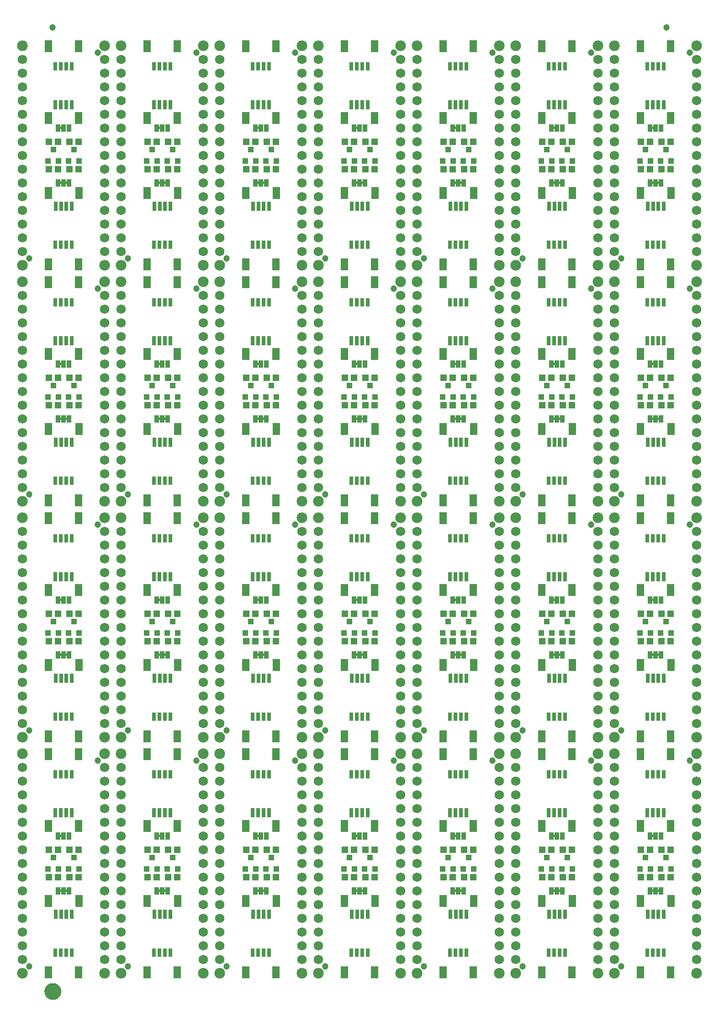
<source format=gts>
G75*
%MOIN*%
%OFA0B0*%
%FSLAX25Y25*%
%IPPOS*%
%LPD*%
%AMOC8*
5,1,8,0,0,1.08239X$1,22.5*
%
%ADD10C,0.07800*%
%ADD11C,0.06800*%
%ADD12R,0.05131X0.04737*%
%ADD13R,0.05524X0.08674*%
%ADD14R,0.03162X0.06115*%
%ADD15R,0.03162X0.06902*%
%ADD16C,0.04737*%
%ADD17R,0.03950X0.04343*%
%ADD18R,0.03300X0.05800*%
%ADD19C,0.00500*%
%ADD20C,0.05000*%
%ADD21C,0.06706*%
D10*
X0033750Y0033750D03*
X0093750Y0033750D03*
X0105750Y0033750D03*
X0165750Y0033750D03*
X0177750Y0033750D03*
X0237750Y0033750D03*
X0249750Y0033750D03*
X0309750Y0033750D03*
X0321750Y0033750D03*
X0381750Y0033750D03*
X0393750Y0033750D03*
X0453750Y0033750D03*
X0465750Y0033750D03*
X0525750Y0033750D03*
X0525750Y0193750D03*
X0525750Y0205750D03*
X0465750Y0205750D03*
X0465750Y0193750D03*
X0453750Y0193750D03*
X0453750Y0205750D03*
X0393750Y0205750D03*
X0393750Y0193750D03*
X0381750Y0193750D03*
X0381750Y0205750D03*
X0321750Y0205750D03*
X0321750Y0193750D03*
X0309750Y0193750D03*
X0309750Y0205750D03*
X0249750Y0205750D03*
X0249750Y0193750D03*
X0237750Y0193750D03*
X0237750Y0205750D03*
X0177750Y0205750D03*
X0177750Y0193750D03*
X0165750Y0193750D03*
X0165750Y0205750D03*
X0105750Y0205750D03*
X0105750Y0193750D03*
X0093750Y0193750D03*
X0093750Y0205750D03*
X0033750Y0205750D03*
X0033750Y0193750D03*
X0033750Y0365750D03*
X0033750Y0377750D03*
X0093750Y0377750D03*
X0093750Y0365750D03*
X0105750Y0365750D03*
X0105750Y0377750D03*
X0165750Y0377750D03*
X0165750Y0365750D03*
X0177750Y0365750D03*
X0177750Y0377750D03*
X0237750Y0377750D03*
X0237750Y0365750D03*
X0249750Y0365750D03*
X0249750Y0377750D03*
X0309750Y0377750D03*
X0309750Y0365750D03*
X0321750Y0365750D03*
X0321750Y0377750D03*
X0381750Y0377750D03*
X0381750Y0365750D03*
X0393750Y0365750D03*
X0393750Y0377750D03*
X0453750Y0377750D03*
X0453750Y0365750D03*
X0465750Y0365750D03*
X0465750Y0377750D03*
X0525750Y0377750D03*
X0525750Y0365750D03*
X0525750Y0537750D03*
X0525750Y0549750D03*
X0465750Y0549750D03*
X0465750Y0537750D03*
X0453750Y0537750D03*
X0453750Y0549750D03*
X0393750Y0549750D03*
X0393750Y0537750D03*
X0381750Y0537750D03*
X0381750Y0549750D03*
X0321750Y0549750D03*
X0321750Y0537750D03*
X0309750Y0537750D03*
X0309750Y0549750D03*
X0249750Y0549750D03*
X0249750Y0537750D03*
X0237750Y0537750D03*
X0237750Y0549750D03*
X0177750Y0549750D03*
X0177750Y0537750D03*
X0165750Y0537750D03*
X0165750Y0549750D03*
X0105750Y0549750D03*
X0105750Y0537750D03*
X0093750Y0537750D03*
X0093750Y0549750D03*
X0033750Y0549750D03*
X0033750Y0537750D03*
X0033750Y0709750D03*
X0093750Y0709750D03*
X0105750Y0709750D03*
X0165750Y0709750D03*
X0177750Y0709750D03*
X0237750Y0709750D03*
X0249750Y0709750D03*
X0309750Y0709750D03*
X0321750Y0709750D03*
X0381750Y0709750D03*
X0393750Y0709750D03*
X0453750Y0709750D03*
X0465750Y0709750D03*
X0525750Y0709750D03*
D11*
X0525750Y0699750D03*
X0525750Y0689750D03*
X0525750Y0679750D03*
X0525750Y0669750D03*
X0525750Y0659750D03*
X0525750Y0649750D03*
X0525750Y0639750D03*
X0525750Y0629750D03*
X0525750Y0619750D03*
X0525750Y0609750D03*
X0525750Y0599750D03*
X0525750Y0589750D03*
X0525750Y0579750D03*
X0525750Y0569750D03*
X0525750Y0559750D03*
X0525750Y0527750D03*
X0525750Y0517750D03*
X0525750Y0507750D03*
X0525750Y0497750D03*
X0525750Y0487750D03*
X0525750Y0477750D03*
X0525750Y0467750D03*
X0525750Y0457750D03*
X0525750Y0447750D03*
X0525750Y0437750D03*
X0525750Y0427750D03*
X0525750Y0417750D03*
X0525750Y0407750D03*
X0525750Y0397750D03*
X0525750Y0387750D03*
X0525750Y0355750D03*
X0525750Y0345750D03*
X0525750Y0335750D03*
X0525750Y0325750D03*
X0525750Y0315750D03*
X0525750Y0305750D03*
X0525750Y0295750D03*
X0525750Y0285750D03*
X0525750Y0275750D03*
X0525750Y0265750D03*
X0525750Y0255750D03*
X0525750Y0245750D03*
X0525750Y0235750D03*
X0525750Y0225750D03*
X0525750Y0215750D03*
X0525750Y0183750D03*
X0525750Y0173750D03*
X0525750Y0163750D03*
X0525750Y0153750D03*
X0525750Y0143750D03*
X0525750Y0133750D03*
X0525750Y0123750D03*
X0525750Y0113750D03*
X0525750Y0103750D03*
X0525750Y0093750D03*
X0525750Y0083750D03*
X0525750Y0073750D03*
X0525750Y0063750D03*
X0525750Y0053750D03*
X0525750Y0043750D03*
X0465750Y0043750D03*
X0465750Y0053750D03*
X0465750Y0063750D03*
X0465750Y0073750D03*
X0465750Y0083750D03*
X0465750Y0093750D03*
X0465750Y0103750D03*
X0465750Y0113750D03*
X0465750Y0123750D03*
X0465750Y0133750D03*
X0465750Y0143750D03*
X0465750Y0153750D03*
X0465750Y0163750D03*
X0465750Y0173750D03*
X0465750Y0183750D03*
X0453750Y0183750D03*
X0453750Y0173750D03*
X0453750Y0163750D03*
X0453750Y0153750D03*
X0453750Y0143750D03*
X0453750Y0133750D03*
X0453750Y0123750D03*
X0453750Y0113750D03*
X0453750Y0103750D03*
X0453750Y0093750D03*
X0453750Y0083750D03*
X0453750Y0073750D03*
X0453750Y0063750D03*
X0453750Y0053750D03*
X0453750Y0043750D03*
X0393750Y0043750D03*
X0393750Y0053750D03*
X0393750Y0063750D03*
X0393750Y0073750D03*
X0393750Y0083750D03*
X0393750Y0093750D03*
X0393750Y0103750D03*
X0393750Y0113750D03*
X0393750Y0123750D03*
X0393750Y0133750D03*
X0393750Y0143750D03*
X0393750Y0153750D03*
X0393750Y0163750D03*
X0393750Y0173750D03*
X0393750Y0183750D03*
X0381750Y0183750D03*
X0381750Y0173750D03*
X0381750Y0163750D03*
X0381750Y0153750D03*
X0381750Y0143750D03*
X0381750Y0133750D03*
X0381750Y0123750D03*
X0381750Y0113750D03*
X0381750Y0103750D03*
X0381750Y0093750D03*
X0381750Y0083750D03*
X0381750Y0073750D03*
X0381750Y0063750D03*
X0381750Y0053750D03*
X0381750Y0043750D03*
X0321750Y0043750D03*
X0321750Y0053750D03*
X0321750Y0063750D03*
X0321750Y0073750D03*
X0321750Y0083750D03*
X0321750Y0093750D03*
X0321750Y0103750D03*
X0321750Y0113750D03*
X0321750Y0123750D03*
X0321750Y0133750D03*
X0321750Y0143750D03*
X0321750Y0153750D03*
X0321750Y0163750D03*
X0321750Y0173750D03*
X0321750Y0183750D03*
X0309750Y0183750D03*
X0309750Y0173750D03*
X0309750Y0163750D03*
X0309750Y0153750D03*
X0309750Y0143750D03*
X0309750Y0133750D03*
X0309750Y0123750D03*
X0309750Y0113750D03*
X0309750Y0103750D03*
X0309750Y0093750D03*
X0309750Y0083750D03*
X0309750Y0073750D03*
X0309750Y0063750D03*
X0309750Y0053750D03*
X0309750Y0043750D03*
X0249750Y0043750D03*
X0249750Y0053750D03*
X0249750Y0063750D03*
X0249750Y0073750D03*
X0249750Y0083750D03*
X0249750Y0093750D03*
X0249750Y0103750D03*
X0249750Y0113750D03*
X0249750Y0123750D03*
X0249750Y0133750D03*
X0249750Y0143750D03*
X0249750Y0153750D03*
X0249750Y0163750D03*
X0249750Y0173750D03*
X0249750Y0183750D03*
X0237750Y0183750D03*
X0237750Y0173750D03*
X0237750Y0163750D03*
X0237750Y0153750D03*
X0237750Y0143750D03*
X0237750Y0133750D03*
X0237750Y0123750D03*
X0237750Y0113750D03*
X0237750Y0103750D03*
X0237750Y0093750D03*
X0237750Y0083750D03*
X0237750Y0073750D03*
X0237750Y0063750D03*
X0237750Y0053750D03*
X0237750Y0043750D03*
X0177750Y0043750D03*
X0177750Y0053750D03*
X0177750Y0063750D03*
X0177750Y0073750D03*
X0177750Y0083750D03*
X0177750Y0093750D03*
X0177750Y0103750D03*
X0177750Y0113750D03*
X0177750Y0123750D03*
X0177750Y0133750D03*
X0177750Y0143750D03*
X0177750Y0153750D03*
X0177750Y0163750D03*
X0177750Y0173750D03*
X0177750Y0183750D03*
X0165750Y0183750D03*
X0165750Y0173750D03*
X0165750Y0163750D03*
X0165750Y0153750D03*
X0165750Y0143750D03*
X0165750Y0133750D03*
X0165750Y0123750D03*
X0165750Y0113750D03*
X0165750Y0103750D03*
X0165750Y0093750D03*
X0165750Y0083750D03*
X0165750Y0073750D03*
X0165750Y0063750D03*
X0165750Y0053750D03*
X0165750Y0043750D03*
X0105750Y0043750D03*
X0105750Y0053750D03*
X0105750Y0063750D03*
X0105750Y0073750D03*
X0105750Y0083750D03*
X0105750Y0093750D03*
X0105750Y0103750D03*
X0105750Y0113750D03*
X0105750Y0123750D03*
X0105750Y0133750D03*
X0105750Y0143750D03*
X0105750Y0153750D03*
X0105750Y0163750D03*
X0105750Y0173750D03*
X0105750Y0183750D03*
X0093750Y0183750D03*
X0093750Y0173750D03*
X0093750Y0163750D03*
X0093750Y0153750D03*
X0093750Y0143750D03*
X0093750Y0133750D03*
X0093750Y0123750D03*
X0093750Y0113750D03*
X0093750Y0103750D03*
X0093750Y0093750D03*
X0093750Y0083750D03*
X0093750Y0073750D03*
X0093750Y0063750D03*
X0093750Y0053750D03*
X0093750Y0043750D03*
X0033750Y0043750D03*
X0033750Y0053750D03*
X0033750Y0063750D03*
X0033750Y0073750D03*
X0033750Y0083750D03*
X0033750Y0093750D03*
X0033750Y0103750D03*
X0033750Y0113750D03*
X0033750Y0123750D03*
X0033750Y0133750D03*
X0033750Y0143750D03*
X0033750Y0153750D03*
X0033750Y0163750D03*
X0033750Y0173750D03*
X0033750Y0183750D03*
X0033750Y0215750D03*
X0033750Y0225750D03*
X0033750Y0235750D03*
X0033750Y0245750D03*
X0033750Y0255750D03*
X0033750Y0265750D03*
X0033750Y0275750D03*
X0033750Y0285750D03*
X0033750Y0295750D03*
X0033750Y0305750D03*
X0033750Y0315750D03*
X0033750Y0325750D03*
X0033750Y0335750D03*
X0033750Y0345750D03*
X0033750Y0355750D03*
X0033750Y0387750D03*
X0033750Y0397750D03*
X0033750Y0407750D03*
X0033750Y0417750D03*
X0033750Y0427750D03*
X0033750Y0437750D03*
X0033750Y0447750D03*
X0033750Y0457750D03*
X0033750Y0467750D03*
X0033750Y0477750D03*
X0033750Y0487750D03*
X0033750Y0497750D03*
X0033750Y0507750D03*
X0033750Y0517750D03*
X0033750Y0527750D03*
X0033750Y0559750D03*
X0033750Y0569750D03*
X0033750Y0579750D03*
X0033750Y0589750D03*
X0033750Y0599750D03*
X0033750Y0609750D03*
X0033750Y0619750D03*
X0033750Y0629750D03*
X0033750Y0639750D03*
X0033750Y0649750D03*
X0033750Y0659750D03*
X0033750Y0669750D03*
X0033750Y0679750D03*
X0033750Y0689750D03*
X0033750Y0699750D03*
X0093750Y0699750D03*
X0093750Y0689750D03*
X0093750Y0679750D03*
X0093750Y0669750D03*
X0093750Y0659750D03*
X0093750Y0649750D03*
X0093750Y0639750D03*
X0093750Y0629750D03*
X0093750Y0619750D03*
X0093750Y0609750D03*
X0093750Y0599750D03*
X0093750Y0589750D03*
X0093750Y0579750D03*
X0093750Y0569750D03*
X0093750Y0559750D03*
X0105750Y0559750D03*
X0105750Y0569750D03*
X0105750Y0579750D03*
X0105750Y0589750D03*
X0105750Y0599750D03*
X0105750Y0609750D03*
X0105750Y0619750D03*
X0105750Y0629750D03*
X0105750Y0639750D03*
X0105750Y0649750D03*
X0105750Y0659750D03*
X0105750Y0669750D03*
X0105750Y0679750D03*
X0105750Y0689750D03*
X0105750Y0699750D03*
X0165750Y0699750D03*
X0165750Y0689750D03*
X0165750Y0679750D03*
X0165750Y0669750D03*
X0165750Y0659750D03*
X0165750Y0649750D03*
X0165750Y0639750D03*
X0165750Y0629750D03*
X0165750Y0619750D03*
X0165750Y0609750D03*
X0165750Y0599750D03*
X0165750Y0589750D03*
X0165750Y0579750D03*
X0165750Y0569750D03*
X0165750Y0559750D03*
X0177750Y0559750D03*
X0177750Y0569750D03*
X0177750Y0579750D03*
X0177750Y0589750D03*
X0177750Y0599750D03*
X0177750Y0609750D03*
X0177750Y0619750D03*
X0177750Y0629750D03*
X0177750Y0639750D03*
X0177750Y0649750D03*
X0177750Y0659750D03*
X0177750Y0669750D03*
X0177750Y0679750D03*
X0177750Y0689750D03*
X0177750Y0699750D03*
X0237750Y0699750D03*
X0237750Y0689750D03*
X0237750Y0679750D03*
X0237750Y0669750D03*
X0237750Y0659750D03*
X0237750Y0649750D03*
X0237750Y0639750D03*
X0237750Y0629750D03*
X0237750Y0619750D03*
X0237750Y0609750D03*
X0237750Y0599750D03*
X0237750Y0589750D03*
X0237750Y0579750D03*
X0237750Y0569750D03*
X0237750Y0559750D03*
X0249750Y0559750D03*
X0249750Y0569750D03*
X0249750Y0579750D03*
X0249750Y0589750D03*
X0249750Y0599750D03*
X0249750Y0609750D03*
X0249750Y0619750D03*
X0249750Y0629750D03*
X0249750Y0639750D03*
X0249750Y0649750D03*
X0249750Y0659750D03*
X0249750Y0669750D03*
X0249750Y0679750D03*
X0249750Y0689750D03*
X0249750Y0699750D03*
X0309750Y0699750D03*
X0309750Y0689750D03*
X0309750Y0679750D03*
X0309750Y0669750D03*
X0309750Y0659750D03*
X0309750Y0649750D03*
X0309750Y0639750D03*
X0309750Y0629750D03*
X0309750Y0619750D03*
X0309750Y0609750D03*
X0309750Y0599750D03*
X0309750Y0589750D03*
X0309750Y0579750D03*
X0309750Y0569750D03*
X0309750Y0559750D03*
X0321750Y0559750D03*
X0321750Y0569750D03*
X0321750Y0579750D03*
X0321750Y0589750D03*
X0321750Y0599750D03*
X0321750Y0609750D03*
X0321750Y0619750D03*
X0321750Y0629750D03*
X0321750Y0639750D03*
X0321750Y0649750D03*
X0321750Y0659750D03*
X0321750Y0669750D03*
X0321750Y0679750D03*
X0321750Y0689750D03*
X0321750Y0699750D03*
X0381750Y0699750D03*
X0381750Y0689750D03*
X0381750Y0679750D03*
X0381750Y0669750D03*
X0381750Y0659750D03*
X0381750Y0649750D03*
X0381750Y0639750D03*
X0381750Y0629750D03*
X0381750Y0619750D03*
X0381750Y0609750D03*
X0381750Y0599750D03*
X0381750Y0589750D03*
X0381750Y0579750D03*
X0381750Y0569750D03*
X0381750Y0559750D03*
X0393750Y0559750D03*
X0393750Y0569750D03*
X0393750Y0579750D03*
X0393750Y0589750D03*
X0393750Y0599750D03*
X0393750Y0609750D03*
X0393750Y0619750D03*
X0393750Y0629750D03*
X0393750Y0639750D03*
X0393750Y0649750D03*
X0393750Y0659750D03*
X0393750Y0669750D03*
X0393750Y0679750D03*
X0393750Y0689750D03*
X0393750Y0699750D03*
X0453750Y0699750D03*
X0453750Y0689750D03*
X0453750Y0679750D03*
X0453750Y0669750D03*
X0453750Y0659750D03*
X0453750Y0649750D03*
X0453750Y0639750D03*
X0453750Y0629750D03*
X0453750Y0619750D03*
X0453750Y0609750D03*
X0453750Y0599750D03*
X0453750Y0589750D03*
X0453750Y0579750D03*
X0453750Y0569750D03*
X0453750Y0559750D03*
X0465750Y0559750D03*
X0465750Y0569750D03*
X0465750Y0579750D03*
X0465750Y0589750D03*
X0465750Y0599750D03*
X0465750Y0609750D03*
X0465750Y0619750D03*
X0465750Y0629750D03*
X0465750Y0639750D03*
X0465750Y0649750D03*
X0465750Y0659750D03*
X0465750Y0669750D03*
X0465750Y0679750D03*
X0465750Y0689750D03*
X0465750Y0699750D03*
X0465750Y0527750D03*
X0465750Y0517750D03*
X0465750Y0507750D03*
X0465750Y0497750D03*
X0465750Y0487750D03*
X0465750Y0477750D03*
X0465750Y0467750D03*
X0465750Y0457750D03*
X0465750Y0447750D03*
X0465750Y0437750D03*
X0465750Y0427750D03*
X0465750Y0417750D03*
X0465750Y0407750D03*
X0465750Y0397750D03*
X0465750Y0387750D03*
X0453750Y0387750D03*
X0453750Y0397750D03*
X0453750Y0407750D03*
X0453750Y0417750D03*
X0453750Y0427750D03*
X0453750Y0437750D03*
X0453750Y0447750D03*
X0453750Y0457750D03*
X0453750Y0467750D03*
X0453750Y0477750D03*
X0453750Y0487750D03*
X0453750Y0497750D03*
X0453750Y0507750D03*
X0453750Y0517750D03*
X0453750Y0527750D03*
X0393750Y0527750D03*
X0393750Y0517750D03*
X0393750Y0507750D03*
X0393750Y0497750D03*
X0393750Y0487750D03*
X0393750Y0477750D03*
X0393750Y0467750D03*
X0393750Y0457750D03*
X0393750Y0447750D03*
X0393750Y0437750D03*
X0393750Y0427750D03*
X0393750Y0417750D03*
X0393750Y0407750D03*
X0393750Y0397750D03*
X0393750Y0387750D03*
X0381750Y0387750D03*
X0381750Y0397750D03*
X0381750Y0407750D03*
X0381750Y0417750D03*
X0381750Y0427750D03*
X0381750Y0437750D03*
X0381750Y0447750D03*
X0381750Y0457750D03*
X0381750Y0467750D03*
X0381750Y0477750D03*
X0381750Y0487750D03*
X0381750Y0497750D03*
X0381750Y0507750D03*
X0381750Y0517750D03*
X0381750Y0527750D03*
X0321750Y0527750D03*
X0321750Y0517750D03*
X0321750Y0507750D03*
X0321750Y0497750D03*
X0321750Y0487750D03*
X0321750Y0477750D03*
X0321750Y0467750D03*
X0321750Y0457750D03*
X0321750Y0447750D03*
X0321750Y0437750D03*
X0321750Y0427750D03*
X0321750Y0417750D03*
X0321750Y0407750D03*
X0321750Y0397750D03*
X0321750Y0387750D03*
X0309750Y0387750D03*
X0309750Y0397750D03*
X0309750Y0407750D03*
X0309750Y0417750D03*
X0309750Y0427750D03*
X0309750Y0437750D03*
X0309750Y0447750D03*
X0309750Y0457750D03*
X0309750Y0467750D03*
X0309750Y0477750D03*
X0309750Y0487750D03*
X0309750Y0497750D03*
X0309750Y0507750D03*
X0309750Y0517750D03*
X0309750Y0527750D03*
X0249750Y0527750D03*
X0249750Y0517750D03*
X0249750Y0507750D03*
X0249750Y0497750D03*
X0249750Y0487750D03*
X0249750Y0477750D03*
X0249750Y0467750D03*
X0249750Y0457750D03*
X0249750Y0447750D03*
X0249750Y0437750D03*
X0249750Y0427750D03*
X0249750Y0417750D03*
X0249750Y0407750D03*
X0249750Y0397750D03*
X0249750Y0387750D03*
X0237750Y0387750D03*
X0237750Y0397750D03*
X0237750Y0407750D03*
X0237750Y0417750D03*
X0237750Y0427750D03*
X0237750Y0437750D03*
X0237750Y0447750D03*
X0237750Y0457750D03*
X0237750Y0467750D03*
X0237750Y0477750D03*
X0237750Y0487750D03*
X0237750Y0497750D03*
X0237750Y0507750D03*
X0237750Y0517750D03*
X0237750Y0527750D03*
X0177750Y0527750D03*
X0177750Y0517750D03*
X0177750Y0507750D03*
X0177750Y0497750D03*
X0177750Y0487750D03*
X0177750Y0477750D03*
X0177750Y0467750D03*
X0177750Y0457750D03*
X0177750Y0447750D03*
X0177750Y0437750D03*
X0177750Y0427750D03*
X0177750Y0417750D03*
X0177750Y0407750D03*
X0177750Y0397750D03*
X0177750Y0387750D03*
X0165750Y0387750D03*
X0165750Y0397750D03*
X0165750Y0407750D03*
X0165750Y0417750D03*
X0165750Y0427750D03*
X0165750Y0437750D03*
X0165750Y0447750D03*
X0165750Y0457750D03*
X0165750Y0467750D03*
X0165750Y0477750D03*
X0165750Y0487750D03*
X0165750Y0497750D03*
X0165750Y0507750D03*
X0165750Y0517750D03*
X0165750Y0527750D03*
X0105750Y0527750D03*
X0105750Y0517750D03*
X0105750Y0507750D03*
X0105750Y0497750D03*
X0105750Y0487750D03*
X0105750Y0477750D03*
X0105750Y0467750D03*
X0105750Y0457750D03*
X0105750Y0447750D03*
X0105750Y0437750D03*
X0105750Y0427750D03*
X0105750Y0417750D03*
X0105750Y0407750D03*
X0105750Y0397750D03*
X0105750Y0387750D03*
X0093750Y0387750D03*
X0093750Y0397750D03*
X0093750Y0407750D03*
X0093750Y0417750D03*
X0093750Y0427750D03*
X0093750Y0437750D03*
X0093750Y0447750D03*
X0093750Y0457750D03*
X0093750Y0467750D03*
X0093750Y0477750D03*
X0093750Y0487750D03*
X0093750Y0497750D03*
X0093750Y0507750D03*
X0093750Y0517750D03*
X0093750Y0527750D03*
X0093750Y0355750D03*
X0093750Y0345750D03*
X0093750Y0335750D03*
X0093750Y0325750D03*
X0093750Y0315750D03*
X0093750Y0305750D03*
X0093750Y0295750D03*
X0093750Y0285750D03*
X0093750Y0275750D03*
X0093750Y0265750D03*
X0093750Y0255750D03*
X0093750Y0245750D03*
X0093750Y0235750D03*
X0093750Y0225750D03*
X0093750Y0215750D03*
X0105750Y0215750D03*
X0105750Y0225750D03*
X0105750Y0235750D03*
X0105750Y0245750D03*
X0105750Y0255750D03*
X0105750Y0265750D03*
X0105750Y0275750D03*
X0105750Y0285750D03*
X0105750Y0295750D03*
X0105750Y0305750D03*
X0105750Y0315750D03*
X0105750Y0325750D03*
X0105750Y0335750D03*
X0105750Y0345750D03*
X0105750Y0355750D03*
X0165750Y0355750D03*
X0165750Y0345750D03*
X0165750Y0335750D03*
X0165750Y0325750D03*
X0165750Y0315750D03*
X0165750Y0305750D03*
X0165750Y0295750D03*
X0165750Y0285750D03*
X0165750Y0275750D03*
X0165750Y0265750D03*
X0165750Y0255750D03*
X0165750Y0245750D03*
X0165750Y0235750D03*
X0165750Y0225750D03*
X0165750Y0215750D03*
X0177750Y0215750D03*
X0177750Y0225750D03*
X0177750Y0235750D03*
X0177750Y0245750D03*
X0177750Y0255750D03*
X0177750Y0265750D03*
X0177750Y0275750D03*
X0177750Y0285750D03*
X0177750Y0295750D03*
X0177750Y0305750D03*
X0177750Y0315750D03*
X0177750Y0325750D03*
X0177750Y0335750D03*
X0177750Y0345750D03*
X0177750Y0355750D03*
X0237750Y0355750D03*
X0237750Y0345750D03*
X0237750Y0335750D03*
X0237750Y0325750D03*
X0237750Y0315750D03*
X0237750Y0305750D03*
X0237750Y0295750D03*
X0237750Y0285750D03*
X0237750Y0275750D03*
X0237750Y0265750D03*
X0237750Y0255750D03*
X0237750Y0245750D03*
X0237750Y0235750D03*
X0237750Y0225750D03*
X0237750Y0215750D03*
X0249750Y0215750D03*
X0249750Y0225750D03*
X0249750Y0235750D03*
X0249750Y0245750D03*
X0249750Y0255750D03*
X0249750Y0265750D03*
X0249750Y0275750D03*
X0249750Y0285750D03*
X0249750Y0295750D03*
X0249750Y0305750D03*
X0249750Y0315750D03*
X0249750Y0325750D03*
X0249750Y0335750D03*
X0249750Y0345750D03*
X0249750Y0355750D03*
X0309750Y0355750D03*
X0309750Y0345750D03*
X0309750Y0335750D03*
X0309750Y0325750D03*
X0309750Y0315750D03*
X0309750Y0305750D03*
X0309750Y0295750D03*
X0309750Y0285750D03*
X0309750Y0275750D03*
X0309750Y0265750D03*
X0309750Y0255750D03*
X0309750Y0245750D03*
X0309750Y0235750D03*
X0309750Y0225750D03*
X0309750Y0215750D03*
X0321750Y0215750D03*
X0321750Y0225750D03*
X0321750Y0235750D03*
X0321750Y0245750D03*
X0321750Y0255750D03*
X0321750Y0265750D03*
X0321750Y0275750D03*
X0321750Y0285750D03*
X0321750Y0295750D03*
X0321750Y0305750D03*
X0321750Y0315750D03*
X0321750Y0325750D03*
X0321750Y0335750D03*
X0321750Y0345750D03*
X0321750Y0355750D03*
X0381750Y0355750D03*
X0381750Y0345750D03*
X0381750Y0335750D03*
X0381750Y0325750D03*
X0381750Y0315750D03*
X0381750Y0305750D03*
X0381750Y0295750D03*
X0381750Y0285750D03*
X0381750Y0275750D03*
X0381750Y0265750D03*
X0381750Y0255750D03*
X0381750Y0245750D03*
X0381750Y0235750D03*
X0381750Y0225750D03*
X0381750Y0215750D03*
X0393750Y0215750D03*
X0393750Y0225750D03*
X0393750Y0235750D03*
X0393750Y0245750D03*
X0393750Y0255750D03*
X0393750Y0265750D03*
X0393750Y0275750D03*
X0393750Y0285750D03*
X0393750Y0295750D03*
X0393750Y0305750D03*
X0393750Y0315750D03*
X0393750Y0325750D03*
X0393750Y0335750D03*
X0393750Y0345750D03*
X0393750Y0355750D03*
X0453750Y0355750D03*
X0453750Y0345750D03*
X0453750Y0335750D03*
X0453750Y0325750D03*
X0453750Y0315750D03*
X0453750Y0305750D03*
X0453750Y0295750D03*
X0453750Y0285750D03*
X0453750Y0275750D03*
X0453750Y0265750D03*
X0453750Y0255750D03*
X0453750Y0245750D03*
X0453750Y0235750D03*
X0453750Y0225750D03*
X0453750Y0215750D03*
X0465750Y0215750D03*
X0465750Y0225750D03*
X0465750Y0235750D03*
X0465750Y0245750D03*
X0465750Y0255750D03*
X0465750Y0265750D03*
X0465750Y0275750D03*
X0465750Y0285750D03*
X0465750Y0295750D03*
X0465750Y0305750D03*
X0465750Y0315750D03*
X0465750Y0325750D03*
X0465750Y0335750D03*
X0465750Y0345750D03*
X0465750Y0355750D03*
D12*
X0484904Y0295750D03*
X0491596Y0295750D03*
X0499904Y0295750D03*
X0506596Y0295750D03*
X0506596Y0275750D03*
X0499904Y0275750D03*
X0491596Y0275750D03*
X0484904Y0275750D03*
X0434596Y0275750D03*
X0427904Y0275750D03*
X0419596Y0275750D03*
X0412904Y0275750D03*
X0412904Y0295750D03*
X0419596Y0295750D03*
X0427904Y0295750D03*
X0434596Y0295750D03*
X0362596Y0295750D03*
X0355904Y0295750D03*
X0347596Y0295750D03*
X0340904Y0295750D03*
X0340904Y0275750D03*
X0347596Y0275750D03*
X0355904Y0275750D03*
X0362596Y0275750D03*
X0290596Y0275750D03*
X0283904Y0275750D03*
X0275596Y0275750D03*
X0268904Y0275750D03*
X0268904Y0295750D03*
X0275596Y0295750D03*
X0283904Y0295750D03*
X0290596Y0295750D03*
X0218596Y0295750D03*
X0211904Y0295750D03*
X0203596Y0295750D03*
X0196904Y0295750D03*
X0196904Y0275750D03*
X0203596Y0275750D03*
X0211904Y0275750D03*
X0218596Y0275750D03*
X0146596Y0275750D03*
X0139904Y0275750D03*
X0131596Y0275750D03*
X0124904Y0275750D03*
X0124904Y0295750D03*
X0131596Y0295750D03*
X0139904Y0295750D03*
X0146596Y0295750D03*
X0074596Y0295750D03*
X0067904Y0295750D03*
X0059596Y0295750D03*
X0052904Y0295750D03*
X0052904Y0275750D03*
X0059596Y0275750D03*
X0067904Y0275750D03*
X0074596Y0275750D03*
X0074596Y0123750D03*
X0067904Y0123750D03*
X0059596Y0123750D03*
X0052904Y0123750D03*
X0052904Y0103750D03*
X0059596Y0103750D03*
X0067904Y0103750D03*
X0074596Y0103750D03*
X0124904Y0103750D03*
X0131596Y0103750D03*
X0139904Y0103750D03*
X0146596Y0103750D03*
X0146596Y0123750D03*
X0139904Y0123750D03*
X0131596Y0123750D03*
X0124904Y0123750D03*
X0196904Y0123750D03*
X0203596Y0123750D03*
X0211904Y0123750D03*
X0218596Y0123750D03*
X0218596Y0103750D03*
X0211904Y0103750D03*
X0203596Y0103750D03*
X0196904Y0103750D03*
X0268904Y0103750D03*
X0275596Y0103750D03*
X0283904Y0103750D03*
X0290596Y0103750D03*
X0290596Y0123750D03*
X0283904Y0123750D03*
X0275596Y0123750D03*
X0268904Y0123750D03*
X0340904Y0123750D03*
X0347596Y0123750D03*
X0355904Y0123750D03*
X0362596Y0123750D03*
X0362596Y0103750D03*
X0355904Y0103750D03*
X0347596Y0103750D03*
X0340904Y0103750D03*
X0412904Y0103750D03*
X0419596Y0103750D03*
X0427904Y0103750D03*
X0434596Y0103750D03*
X0434596Y0123750D03*
X0427904Y0123750D03*
X0419596Y0123750D03*
X0412904Y0123750D03*
X0484904Y0123750D03*
X0491596Y0123750D03*
X0499904Y0123750D03*
X0506596Y0123750D03*
X0506596Y0103750D03*
X0499904Y0103750D03*
X0491596Y0103750D03*
X0484904Y0103750D03*
X0484904Y0447750D03*
X0491596Y0447750D03*
X0499904Y0447750D03*
X0506596Y0447750D03*
X0506596Y0467750D03*
X0499904Y0467750D03*
X0491596Y0467750D03*
X0484904Y0467750D03*
X0434596Y0467750D03*
X0427904Y0467750D03*
X0419596Y0467750D03*
X0412904Y0467750D03*
X0412904Y0447750D03*
X0419596Y0447750D03*
X0427904Y0447750D03*
X0434596Y0447750D03*
X0362596Y0447750D03*
X0355904Y0447750D03*
X0347596Y0447750D03*
X0340904Y0447750D03*
X0340904Y0467750D03*
X0347596Y0467750D03*
X0355904Y0467750D03*
X0362596Y0467750D03*
X0290596Y0467750D03*
X0283904Y0467750D03*
X0275596Y0467750D03*
X0268904Y0467750D03*
X0268904Y0447750D03*
X0275596Y0447750D03*
X0283904Y0447750D03*
X0290596Y0447750D03*
X0218596Y0447750D03*
X0211904Y0447750D03*
X0203596Y0447750D03*
X0196904Y0447750D03*
X0196904Y0467750D03*
X0203596Y0467750D03*
X0211904Y0467750D03*
X0218596Y0467750D03*
X0146596Y0467750D03*
X0139904Y0467750D03*
X0131596Y0467750D03*
X0124904Y0467750D03*
X0124904Y0447750D03*
X0131596Y0447750D03*
X0139904Y0447750D03*
X0146596Y0447750D03*
X0074596Y0447750D03*
X0067904Y0447750D03*
X0059596Y0447750D03*
X0052904Y0447750D03*
X0052904Y0467750D03*
X0059596Y0467750D03*
X0067904Y0467750D03*
X0074596Y0467750D03*
X0074596Y0619750D03*
X0067904Y0619750D03*
X0059596Y0619750D03*
X0052904Y0619750D03*
X0052904Y0639750D03*
X0059596Y0639750D03*
X0067904Y0639750D03*
X0074596Y0639750D03*
X0124904Y0639750D03*
X0131596Y0639750D03*
X0139904Y0639750D03*
X0146596Y0639750D03*
X0146596Y0619750D03*
X0139904Y0619750D03*
X0131596Y0619750D03*
X0124904Y0619750D03*
X0196904Y0619750D03*
X0203596Y0619750D03*
X0211904Y0619750D03*
X0218596Y0619750D03*
X0218596Y0639750D03*
X0211904Y0639750D03*
X0203596Y0639750D03*
X0196904Y0639750D03*
X0268904Y0639750D03*
X0275596Y0639750D03*
X0283904Y0639750D03*
X0290596Y0639750D03*
X0290596Y0619750D03*
X0283904Y0619750D03*
X0275596Y0619750D03*
X0268904Y0619750D03*
X0340904Y0619750D03*
X0347596Y0619750D03*
X0355904Y0619750D03*
X0362596Y0619750D03*
X0362596Y0639750D03*
X0355904Y0639750D03*
X0347596Y0639750D03*
X0340904Y0639750D03*
X0412904Y0639750D03*
X0419596Y0639750D03*
X0427904Y0639750D03*
X0434596Y0639750D03*
X0434596Y0619750D03*
X0427904Y0619750D03*
X0419596Y0619750D03*
X0412904Y0619750D03*
X0484904Y0619750D03*
X0491596Y0619750D03*
X0499904Y0619750D03*
X0506596Y0619750D03*
X0506596Y0639750D03*
X0499904Y0639750D03*
X0491596Y0639750D03*
X0484904Y0639750D03*
D13*
X0484640Y0657152D03*
X0506687Y0657152D03*
X0506774Y0709219D03*
X0484726Y0709219D03*
X0434774Y0709219D03*
X0412726Y0709219D03*
X0412640Y0657152D03*
X0434687Y0657152D03*
X0434860Y0602348D03*
X0412813Y0602348D03*
X0412726Y0550281D03*
X0412726Y0537219D03*
X0434774Y0537219D03*
X0434774Y0550281D03*
X0484726Y0550281D03*
X0484726Y0537219D03*
X0506774Y0537219D03*
X0506774Y0550281D03*
X0506860Y0602348D03*
X0484813Y0602348D03*
X0484640Y0485152D03*
X0506687Y0485152D03*
X0506860Y0430348D03*
X0484813Y0430348D03*
X0484726Y0378281D03*
X0484726Y0365219D03*
X0506774Y0365219D03*
X0506774Y0378281D03*
X0506687Y0313152D03*
X0484640Y0313152D03*
X0484813Y0258348D03*
X0506860Y0258348D03*
X0506774Y0206281D03*
X0506774Y0193219D03*
X0484726Y0193219D03*
X0484726Y0206281D03*
X0434774Y0206281D03*
X0434774Y0193219D03*
X0412726Y0193219D03*
X0412726Y0206281D03*
X0412813Y0258348D03*
X0434860Y0258348D03*
X0434687Y0313152D03*
X0412640Y0313152D03*
X0412726Y0365219D03*
X0412726Y0378281D03*
X0434774Y0378281D03*
X0434774Y0365219D03*
X0434860Y0430348D03*
X0412813Y0430348D03*
X0412640Y0485152D03*
X0434687Y0485152D03*
X0362687Y0485152D03*
X0340640Y0485152D03*
X0340726Y0537219D03*
X0340726Y0550281D03*
X0362774Y0550281D03*
X0362774Y0537219D03*
X0362860Y0602348D03*
X0340813Y0602348D03*
X0340640Y0657152D03*
X0362687Y0657152D03*
X0362774Y0709219D03*
X0340726Y0709219D03*
X0290774Y0709219D03*
X0268726Y0709219D03*
X0268640Y0657152D03*
X0290687Y0657152D03*
X0290860Y0602348D03*
X0268813Y0602348D03*
X0268726Y0550281D03*
X0268726Y0537219D03*
X0290774Y0537219D03*
X0290774Y0550281D03*
X0290687Y0485152D03*
X0268640Y0485152D03*
X0268813Y0430348D03*
X0290860Y0430348D03*
X0290774Y0378281D03*
X0290774Y0365219D03*
X0268726Y0365219D03*
X0268726Y0378281D03*
X0218774Y0378281D03*
X0218774Y0365219D03*
X0196726Y0365219D03*
X0196726Y0378281D03*
X0196813Y0430348D03*
X0218860Y0430348D03*
X0218687Y0485152D03*
X0196640Y0485152D03*
X0196726Y0537219D03*
X0196726Y0550281D03*
X0218774Y0550281D03*
X0218774Y0537219D03*
X0218860Y0602348D03*
X0196813Y0602348D03*
X0196640Y0657152D03*
X0218687Y0657152D03*
X0218774Y0709219D03*
X0196726Y0709219D03*
X0146774Y0709219D03*
X0124726Y0709219D03*
X0124640Y0657152D03*
X0146687Y0657152D03*
X0146860Y0602348D03*
X0124813Y0602348D03*
X0124726Y0550281D03*
X0124726Y0537219D03*
X0146774Y0537219D03*
X0146774Y0550281D03*
X0146687Y0485152D03*
X0124640Y0485152D03*
X0124813Y0430348D03*
X0146860Y0430348D03*
X0146774Y0378281D03*
X0146774Y0365219D03*
X0124726Y0365219D03*
X0124726Y0378281D03*
X0074774Y0378281D03*
X0074774Y0365219D03*
X0052726Y0365219D03*
X0052726Y0378281D03*
X0052813Y0430348D03*
X0074860Y0430348D03*
X0074687Y0485152D03*
X0052640Y0485152D03*
X0052726Y0537219D03*
X0052726Y0550281D03*
X0074774Y0550281D03*
X0074774Y0537219D03*
X0074860Y0602348D03*
X0052813Y0602348D03*
X0052640Y0657152D03*
X0074687Y0657152D03*
X0074774Y0709219D03*
X0052726Y0709219D03*
X0340813Y0430348D03*
X0362860Y0430348D03*
X0362774Y0378281D03*
X0362774Y0365219D03*
X0340726Y0365219D03*
X0340726Y0378281D03*
X0340640Y0313152D03*
X0362687Y0313152D03*
X0362860Y0258348D03*
X0340813Y0258348D03*
X0340726Y0206281D03*
X0340726Y0193219D03*
X0362774Y0193219D03*
X0362774Y0206281D03*
X0362687Y0141152D03*
X0340640Y0141152D03*
X0340813Y0086348D03*
X0362860Y0086348D03*
X0362774Y0034281D03*
X0340726Y0034281D03*
X0290774Y0034281D03*
X0268726Y0034281D03*
X0268813Y0086348D03*
X0290860Y0086348D03*
X0290687Y0141152D03*
X0268640Y0141152D03*
X0268726Y0193219D03*
X0268726Y0206281D03*
X0290774Y0206281D03*
X0290774Y0193219D03*
X0290860Y0258348D03*
X0268813Y0258348D03*
X0268640Y0313152D03*
X0290687Y0313152D03*
X0218687Y0313152D03*
X0196640Y0313152D03*
X0196813Y0258348D03*
X0218860Y0258348D03*
X0218774Y0206281D03*
X0218774Y0193219D03*
X0196726Y0193219D03*
X0196726Y0206281D03*
X0146774Y0206281D03*
X0146774Y0193219D03*
X0124726Y0193219D03*
X0124726Y0206281D03*
X0124813Y0258348D03*
X0146860Y0258348D03*
X0146687Y0313152D03*
X0124640Y0313152D03*
X0074687Y0313152D03*
X0052640Y0313152D03*
X0052813Y0258348D03*
X0074860Y0258348D03*
X0074774Y0206281D03*
X0074774Y0193219D03*
X0052726Y0193219D03*
X0052726Y0206281D03*
X0052640Y0141152D03*
X0074687Y0141152D03*
X0074860Y0086348D03*
X0052813Y0086348D03*
X0052726Y0034281D03*
X0074774Y0034281D03*
X0124726Y0034281D03*
X0146774Y0034281D03*
X0146860Y0086348D03*
X0124813Y0086348D03*
X0124640Y0141152D03*
X0146687Y0141152D03*
X0196640Y0141152D03*
X0218687Y0141152D03*
X0218860Y0086348D03*
X0196813Y0086348D03*
X0196726Y0034281D03*
X0218774Y0034281D03*
X0412726Y0034281D03*
X0434774Y0034281D03*
X0434860Y0086348D03*
X0412813Y0086348D03*
X0412640Y0141152D03*
X0434687Y0141152D03*
X0484640Y0141152D03*
X0506687Y0141152D03*
X0506860Y0086348D03*
X0484813Y0086348D03*
X0484726Y0034281D03*
X0506774Y0034281D03*
D14*
X0501656Y0048750D03*
X0497719Y0048750D03*
X0493781Y0048750D03*
X0489844Y0048750D03*
X0429656Y0048750D03*
X0425719Y0048750D03*
X0421781Y0048750D03*
X0417844Y0048750D03*
X0357656Y0048750D03*
X0353719Y0048750D03*
X0349781Y0048750D03*
X0345844Y0048750D03*
X0285656Y0048750D03*
X0281719Y0048750D03*
X0277781Y0048750D03*
X0273844Y0048750D03*
X0213656Y0048750D03*
X0209719Y0048750D03*
X0205781Y0048750D03*
X0201844Y0048750D03*
X0141656Y0048750D03*
X0137719Y0048750D03*
X0133781Y0048750D03*
X0129844Y0048750D03*
X0069656Y0048750D03*
X0065719Y0048750D03*
X0061781Y0048750D03*
X0057844Y0048750D03*
X0057844Y0178750D03*
X0061781Y0178750D03*
X0065719Y0178750D03*
X0069656Y0178750D03*
X0069656Y0220750D03*
X0065719Y0220750D03*
X0061781Y0220750D03*
X0057844Y0220750D03*
X0129844Y0220750D03*
X0133781Y0220750D03*
X0137719Y0220750D03*
X0141656Y0220750D03*
X0141656Y0178750D03*
X0137719Y0178750D03*
X0133781Y0178750D03*
X0129844Y0178750D03*
X0201844Y0178750D03*
X0205781Y0178750D03*
X0209719Y0178750D03*
X0213656Y0178750D03*
X0213656Y0220750D03*
X0209719Y0220750D03*
X0205781Y0220750D03*
X0201844Y0220750D03*
X0273844Y0220750D03*
X0277781Y0220750D03*
X0281719Y0220750D03*
X0285656Y0220750D03*
X0285656Y0178750D03*
X0281719Y0178750D03*
X0277781Y0178750D03*
X0273844Y0178750D03*
X0345844Y0178750D03*
X0349781Y0178750D03*
X0353719Y0178750D03*
X0357656Y0178750D03*
X0357656Y0220750D03*
X0353719Y0220750D03*
X0349781Y0220750D03*
X0345844Y0220750D03*
X0417844Y0220750D03*
X0421781Y0220750D03*
X0425719Y0220750D03*
X0429656Y0220750D03*
X0429656Y0178750D03*
X0425719Y0178750D03*
X0421781Y0178750D03*
X0417844Y0178750D03*
X0489844Y0178750D03*
X0493781Y0178750D03*
X0497719Y0178750D03*
X0501656Y0178750D03*
X0501656Y0220750D03*
X0497719Y0220750D03*
X0493781Y0220750D03*
X0489844Y0220750D03*
X0489844Y0350750D03*
X0493781Y0350750D03*
X0497719Y0350750D03*
X0501656Y0350750D03*
X0501656Y0392750D03*
X0497719Y0392750D03*
X0493781Y0392750D03*
X0489844Y0392750D03*
X0429656Y0392750D03*
X0425719Y0392750D03*
X0421781Y0392750D03*
X0417844Y0392750D03*
X0417844Y0350750D03*
X0421781Y0350750D03*
X0425719Y0350750D03*
X0429656Y0350750D03*
X0357656Y0350750D03*
X0353719Y0350750D03*
X0349781Y0350750D03*
X0345844Y0350750D03*
X0345844Y0392750D03*
X0349781Y0392750D03*
X0353719Y0392750D03*
X0357656Y0392750D03*
X0285656Y0392750D03*
X0281719Y0392750D03*
X0277781Y0392750D03*
X0273844Y0392750D03*
X0273844Y0350750D03*
X0277781Y0350750D03*
X0281719Y0350750D03*
X0285656Y0350750D03*
X0213656Y0350750D03*
X0209719Y0350750D03*
X0205781Y0350750D03*
X0201844Y0350750D03*
X0201844Y0392750D03*
X0205781Y0392750D03*
X0209719Y0392750D03*
X0213656Y0392750D03*
X0141656Y0392750D03*
X0137719Y0392750D03*
X0133781Y0392750D03*
X0129844Y0392750D03*
X0129844Y0350750D03*
X0133781Y0350750D03*
X0137719Y0350750D03*
X0141656Y0350750D03*
X0069656Y0350750D03*
X0065719Y0350750D03*
X0061781Y0350750D03*
X0057844Y0350750D03*
X0057844Y0392750D03*
X0061781Y0392750D03*
X0065719Y0392750D03*
X0069656Y0392750D03*
X0069656Y0522750D03*
X0065719Y0522750D03*
X0061781Y0522750D03*
X0057844Y0522750D03*
X0057844Y0564750D03*
X0061781Y0564750D03*
X0065719Y0564750D03*
X0069656Y0564750D03*
X0129844Y0564750D03*
X0133781Y0564750D03*
X0137719Y0564750D03*
X0141656Y0564750D03*
X0141656Y0522750D03*
X0137719Y0522750D03*
X0133781Y0522750D03*
X0129844Y0522750D03*
X0201844Y0522750D03*
X0205781Y0522750D03*
X0209719Y0522750D03*
X0213656Y0522750D03*
X0213656Y0564750D03*
X0209719Y0564750D03*
X0205781Y0564750D03*
X0201844Y0564750D03*
X0273844Y0564750D03*
X0277781Y0564750D03*
X0281719Y0564750D03*
X0285656Y0564750D03*
X0285656Y0522750D03*
X0281719Y0522750D03*
X0277781Y0522750D03*
X0273844Y0522750D03*
X0345844Y0522750D03*
X0349781Y0522750D03*
X0353719Y0522750D03*
X0357656Y0522750D03*
X0357656Y0564750D03*
X0353719Y0564750D03*
X0349781Y0564750D03*
X0345844Y0564750D03*
X0417844Y0564750D03*
X0421781Y0564750D03*
X0425719Y0564750D03*
X0429656Y0564750D03*
X0429656Y0522750D03*
X0425719Y0522750D03*
X0421781Y0522750D03*
X0417844Y0522750D03*
X0489844Y0522750D03*
X0493781Y0522750D03*
X0497719Y0522750D03*
X0501656Y0522750D03*
X0501656Y0564750D03*
X0497719Y0564750D03*
X0493781Y0564750D03*
X0489844Y0564750D03*
X0489844Y0694750D03*
X0493781Y0694750D03*
X0497719Y0694750D03*
X0501656Y0694750D03*
X0429656Y0694750D03*
X0425719Y0694750D03*
X0421781Y0694750D03*
X0417844Y0694750D03*
X0357656Y0694750D03*
X0353719Y0694750D03*
X0349781Y0694750D03*
X0345844Y0694750D03*
X0285656Y0694750D03*
X0281719Y0694750D03*
X0277781Y0694750D03*
X0273844Y0694750D03*
X0213656Y0694750D03*
X0209719Y0694750D03*
X0205781Y0694750D03*
X0201844Y0694750D03*
X0141656Y0694750D03*
X0137719Y0694750D03*
X0133781Y0694750D03*
X0129844Y0694750D03*
X0069656Y0694750D03*
X0065719Y0694750D03*
X0061781Y0694750D03*
X0057844Y0694750D03*
D15*
X0057758Y0666699D03*
X0061695Y0666699D03*
X0065632Y0666699D03*
X0069569Y0666699D03*
X0129758Y0666699D03*
X0133695Y0666699D03*
X0137632Y0666699D03*
X0141569Y0666699D03*
X0201758Y0666699D03*
X0205695Y0666699D03*
X0209632Y0666699D03*
X0213569Y0666699D03*
X0273758Y0666699D03*
X0277695Y0666699D03*
X0281632Y0666699D03*
X0285569Y0666699D03*
X0345758Y0666699D03*
X0349695Y0666699D03*
X0353632Y0666699D03*
X0357569Y0666699D03*
X0417758Y0666699D03*
X0421695Y0666699D03*
X0425632Y0666699D03*
X0429569Y0666699D03*
X0489758Y0666699D03*
X0493695Y0666699D03*
X0497632Y0666699D03*
X0501569Y0666699D03*
X0501742Y0592801D03*
X0497805Y0592801D03*
X0493868Y0592801D03*
X0489931Y0592801D03*
X0429742Y0592801D03*
X0425805Y0592801D03*
X0421868Y0592801D03*
X0417931Y0592801D03*
X0357742Y0592801D03*
X0353805Y0592801D03*
X0349868Y0592801D03*
X0345931Y0592801D03*
X0285742Y0592801D03*
X0281805Y0592801D03*
X0277868Y0592801D03*
X0273931Y0592801D03*
X0213742Y0592801D03*
X0209805Y0592801D03*
X0205868Y0592801D03*
X0201931Y0592801D03*
X0141742Y0592801D03*
X0137805Y0592801D03*
X0133868Y0592801D03*
X0129931Y0592801D03*
X0069742Y0592801D03*
X0065805Y0592801D03*
X0061868Y0592801D03*
X0057931Y0592801D03*
X0057758Y0494699D03*
X0061695Y0494699D03*
X0065632Y0494699D03*
X0069569Y0494699D03*
X0129758Y0494699D03*
X0133695Y0494699D03*
X0137632Y0494699D03*
X0141569Y0494699D03*
X0201758Y0494699D03*
X0205695Y0494699D03*
X0209632Y0494699D03*
X0213569Y0494699D03*
X0273758Y0494699D03*
X0277695Y0494699D03*
X0281632Y0494699D03*
X0285569Y0494699D03*
X0345758Y0494699D03*
X0349695Y0494699D03*
X0353632Y0494699D03*
X0357569Y0494699D03*
X0417758Y0494699D03*
X0421695Y0494699D03*
X0425632Y0494699D03*
X0429569Y0494699D03*
X0489758Y0494699D03*
X0493695Y0494699D03*
X0497632Y0494699D03*
X0501569Y0494699D03*
X0501742Y0420801D03*
X0497805Y0420801D03*
X0493868Y0420801D03*
X0489931Y0420801D03*
X0429742Y0420801D03*
X0425805Y0420801D03*
X0421868Y0420801D03*
X0417931Y0420801D03*
X0357742Y0420801D03*
X0353805Y0420801D03*
X0349868Y0420801D03*
X0345931Y0420801D03*
X0285742Y0420801D03*
X0281805Y0420801D03*
X0277868Y0420801D03*
X0273931Y0420801D03*
X0213742Y0420801D03*
X0209805Y0420801D03*
X0205868Y0420801D03*
X0201931Y0420801D03*
X0141742Y0420801D03*
X0137805Y0420801D03*
X0133868Y0420801D03*
X0129931Y0420801D03*
X0069742Y0420801D03*
X0065805Y0420801D03*
X0061868Y0420801D03*
X0057931Y0420801D03*
X0057758Y0322699D03*
X0061695Y0322699D03*
X0065632Y0322699D03*
X0069569Y0322699D03*
X0129758Y0322699D03*
X0133695Y0322699D03*
X0137632Y0322699D03*
X0141569Y0322699D03*
X0201758Y0322699D03*
X0205695Y0322699D03*
X0209632Y0322699D03*
X0213569Y0322699D03*
X0273758Y0322699D03*
X0277695Y0322699D03*
X0281632Y0322699D03*
X0285569Y0322699D03*
X0345758Y0322699D03*
X0349695Y0322699D03*
X0353632Y0322699D03*
X0357569Y0322699D03*
X0417758Y0322699D03*
X0421695Y0322699D03*
X0425632Y0322699D03*
X0429569Y0322699D03*
X0489758Y0322699D03*
X0493695Y0322699D03*
X0497632Y0322699D03*
X0501569Y0322699D03*
X0501742Y0248801D03*
X0497805Y0248801D03*
X0493868Y0248801D03*
X0489931Y0248801D03*
X0429742Y0248801D03*
X0425805Y0248801D03*
X0421868Y0248801D03*
X0417931Y0248801D03*
X0357742Y0248801D03*
X0353805Y0248801D03*
X0349868Y0248801D03*
X0345931Y0248801D03*
X0285742Y0248801D03*
X0281805Y0248801D03*
X0277868Y0248801D03*
X0273931Y0248801D03*
X0213742Y0248801D03*
X0209805Y0248801D03*
X0205868Y0248801D03*
X0201931Y0248801D03*
X0141742Y0248801D03*
X0137805Y0248801D03*
X0133868Y0248801D03*
X0129931Y0248801D03*
X0069742Y0248801D03*
X0065805Y0248801D03*
X0061868Y0248801D03*
X0057931Y0248801D03*
X0057758Y0150699D03*
X0061695Y0150699D03*
X0065632Y0150699D03*
X0069569Y0150699D03*
X0129758Y0150699D03*
X0133695Y0150699D03*
X0137632Y0150699D03*
X0141569Y0150699D03*
X0201758Y0150699D03*
X0205695Y0150699D03*
X0209632Y0150699D03*
X0213569Y0150699D03*
X0273758Y0150699D03*
X0277695Y0150699D03*
X0281632Y0150699D03*
X0285569Y0150699D03*
X0345758Y0150699D03*
X0349695Y0150699D03*
X0353632Y0150699D03*
X0357569Y0150699D03*
X0417758Y0150699D03*
X0421695Y0150699D03*
X0425632Y0150699D03*
X0429569Y0150699D03*
X0489758Y0150699D03*
X0493695Y0150699D03*
X0497632Y0150699D03*
X0501569Y0150699D03*
X0501742Y0076801D03*
X0497805Y0076801D03*
X0493868Y0076801D03*
X0489931Y0076801D03*
X0429742Y0076801D03*
X0425805Y0076801D03*
X0421868Y0076801D03*
X0417931Y0076801D03*
X0357742Y0076801D03*
X0353805Y0076801D03*
X0349868Y0076801D03*
X0345931Y0076801D03*
X0285742Y0076801D03*
X0281805Y0076801D03*
X0277868Y0076801D03*
X0273931Y0076801D03*
X0213742Y0076801D03*
X0209805Y0076801D03*
X0205868Y0076801D03*
X0201931Y0076801D03*
X0141742Y0076801D03*
X0137805Y0076801D03*
X0133868Y0076801D03*
X0129931Y0076801D03*
X0069742Y0076801D03*
X0065805Y0076801D03*
X0061868Y0076801D03*
X0057931Y0076801D03*
D16*
X0038750Y0038750D03*
X0110750Y0038750D03*
X0182750Y0038750D03*
X0254750Y0038750D03*
X0326750Y0038750D03*
X0398750Y0038750D03*
X0470750Y0038750D03*
X0448750Y0188750D03*
X0470750Y0210750D03*
X0520750Y0188750D03*
X0398750Y0210750D03*
X0376750Y0188750D03*
X0326750Y0210750D03*
X0304750Y0188750D03*
X0254750Y0210750D03*
X0232750Y0188750D03*
X0182750Y0210750D03*
X0160750Y0188750D03*
X0110750Y0210750D03*
X0088750Y0188750D03*
X0038750Y0210750D03*
X0088750Y0360750D03*
X0110750Y0382750D03*
X0160750Y0360750D03*
X0182750Y0382750D03*
X0232750Y0360750D03*
X0254750Y0382750D03*
X0304750Y0360750D03*
X0326750Y0382750D03*
X0376750Y0360750D03*
X0398750Y0382750D03*
X0448750Y0360750D03*
X0470750Y0382750D03*
X0520750Y0360750D03*
X0520750Y0532750D03*
X0470750Y0554750D03*
X0448750Y0532750D03*
X0398750Y0554750D03*
X0376750Y0532750D03*
X0326750Y0554750D03*
X0304750Y0532750D03*
X0254750Y0554750D03*
X0232750Y0532750D03*
X0182750Y0554750D03*
X0160750Y0532750D03*
X0110750Y0554750D03*
X0088750Y0532750D03*
X0038750Y0554750D03*
X0088750Y0704750D03*
X0055750Y0723000D03*
X0160750Y0704750D03*
X0232750Y0704750D03*
X0304750Y0704750D03*
X0376750Y0704750D03*
X0448750Y0704750D03*
X0503750Y0723000D03*
X0520750Y0704750D03*
X0038750Y0382750D03*
D17*
X0052510Y0453813D03*
X0059990Y0453813D03*
X0067510Y0453813D03*
X0074990Y0453813D03*
X0071250Y0462081D03*
X0056250Y0462081D03*
X0124510Y0453813D03*
X0131990Y0453813D03*
X0128250Y0462081D03*
X0139510Y0453813D03*
X0146990Y0453813D03*
X0143250Y0462081D03*
X0196510Y0453813D03*
X0203990Y0453813D03*
X0211510Y0453813D03*
X0218990Y0453813D03*
X0215250Y0462081D03*
X0200250Y0462081D03*
X0268510Y0453813D03*
X0275990Y0453813D03*
X0283510Y0453813D03*
X0290990Y0453813D03*
X0287250Y0462081D03*
X0272250Y0462081D03*
X0340510Y0453813D03*
X0347990Y0453813D03*
X0344250Y0462081D03*
X0355510Y0453813D03*
X0362990Y0453813D03*
X0359250Y0462081D03*
X0412510Y0453813D03*
X0419990Y0453813D03*
X0427510Y0453813D03*
X0434990Y0453813D03*
X0431250Y0462081D03*
X0416250Y0462081D03*
X0484510Y0453813D03*
X0491990Y0453813D03*
X0499510Y0453813D03*
X0506990Y0453813D03*
X0503250Y0462081D03*
X0488250Y0462081D03*
X0484510Y0625813D03*
X0491990Y0625813D03*
X0499510Y0625813D03*
X0506990Y0625813D03*
X0503250Y0634081D03*
X0488250Y0634081D03*
X0434990Y0625813D03*
X0427510Y0625813D03*
X0419990Y0625813D03*
X0412510Y0625813D03*
X0416250Y0634081D03*
X0431250Y0634081D03*
X0362990Y0625813D03*
X0355510Y0625813D03*
X0359250Y0634081D03*
X0347990Y0625813D03*
X0340510Y0625813D03*
X0344250Y0634081D03*
X0290990Y0625813D03*
X0283510Y0625813D03*
X0275990Y0625813D03*
X0268510Y0625813D03*
X0272250Y0634081D03*
X0287250Y0634081D03*
X0218990Y0625813D03*
X0211510Y0625813D03*
X0203990Y0625813D03*
X0196510Y0625813D03*
X0200250Y0634081D03*
X0215250Y0634081D03*
X0146990Y0625813D03*
X0139510Y0625813D03*
X0143250Y0634081D03*
X0131990Y0625813D03*
X0124510Y0625813D03*
X0128250Y0634081D03*
X0074990Y0625813D03*
X0067510Y0625813D03*
X0059990Y0625813D03*
X0052510Y0625813D03*
X0056250Y0634081D03*
X0071250Y0634081D03*
X0071250Y0290081D03*
X0067510Y0281813D03*
X0074990Y0281813D03*
X0059990Y0281813D03*
X0052510Y0281813D03*
X0056250Y0290081D03*
X0124510Y0281813D03*
X0131990Y0281813D03*
X0139510Y0281813D03*
X0146990Y0281813D03*
X0143250Y0290081D03*
X0128250Y0290081D03*
X0196510Y0281813D03*
X0203990Y0281813D03*
X0211510Y0281813D03*
X0218990Y0281813D03*
X0215250Y0290081D03*
X0200250Y0290081D03*
X0268510Y0281813D03*
X0275990Y0281813D03*
X0283510Y0281813D03*
X0290990Y0281813D03*
X0287250Y0290081D03*
X0272250Y0290081D03*
X0340510Y0281813D03*
X0347990Y0281813D03*
X0355510Y0281813D03*
X0362990Y0281813D03*
X0359250Y0290081D03*
X0344250Y0290081D03*
X0412510Y0281813D03*
X0419990Y0281813D03*
X0427510Y0281813D03*
X0434990Y0281813D03*
X0431250Y0290081D03*
X0416250Y0290081D03*
X0484510Y0281813D03*
X0491990Y0281813D03*
X0499510Y0281813D03*
X0506990Y0281813D03*
X0503250Y0290081D03*
X0488250Y0290081D03*
X0488250Y0118081D03*
X0484510Y0109813D03*
X0491990Y0109813D03*
X0499510Y0109813D03*
X0506990Y0109813D03*
X0503250Y0118081D03*
X0434990Y0109813D03*
X0427510Y0109813D03*
X0419990Y0109813D03*
X0412510Y0109813D03*
X0416250Y0118081D03*
X0431250Y0118081D03*
X0362990Y0109813D03*
X0355510Y0109813D03*
X0359250Y0118081D03*
X0347990Y0109813D03*
X0340510Y0109813D03*
X0344250Y0118081D03*
X0290990Y0109813D03*
X0283510Y0109813D03*
X0275990Y0109813D03*
X0268510Y0109813D03*
X0272250Y0118081D03*
X0287250Y0118081D03*
X0218990Y0109813D03*
X0211510Y0109813D03*
X0203990Y0109813D03*
X0196510Y0109813D03*
X0200250Y0118081D03*
X0215250Y0118081D03*
X0146990Y0109813D03*
X0139510Y0109813D03*
X0143250Y0118081D03*
X0131990Y0109813D03*
X0124510Y0109813D03*
X0128250Y0118081D03*
X0074990Y0109813D03*
X0067510Y0109813D03*
X0059990Y0109813D03*
X0052510Y0109813D03*
X0056250Y0118081D03*
X0071250Y0118081D03*
D18*
X0067750Y0133750D03*
X0063750Y0133750D03*
X0059750Y0133750D03*
X0059750Y0093750D03*
X0063750Y0093750D03*
X0067750Y0093750D03*
X0131750Y0093750D03*
X0135750Y0093750D03*
X0139750Y0093750D03*
X0139750Y0133750D03*
X0135750Y0133750D03*
X0131750Y0133750D03*
X0203750Y0133750D03*
X0207750Y0133750D03*
X0211750Y0133750D03*
X0211750Y0093750D03*
X0207750Y0093750D03*
X0203750Y0093750D03*
X0275750Y0093750D03*
X0279750Y0093750D03*
X0283750Y0093750D03*
X0283750Y0133750D03*
X0279750Y0133750D03*
X0275750Y0133750D03*
X0347750Y0133750D03*
X0351750Y0133750D03*
X0355750Y0133750D03*
X0355750Y0093750D03*
X0351750Y0093750D03*
X0347750Y0093750D03*
X0419750Y0093750D03*
X0423750Y0093750D03*
X0427750Y0093750D03*
X0427750Y0133750D03*
X0423750Y0133750D03*
X0419750Y0133750D03*
X0491750Y0133750D03*
X0495750Y0133750D03*
X0499750Y0133750D03*
X0499750Y0093750D03*
X0495750Y0093750D03*
X0491750Y0093750D03*
X0491750Y0265750D03*
X0495750Y0265750D03*
X0499750Y0265750D03*
X0499750Y0305750D03*
X0495750Y0305750D03*
X0491750Y0305750D03*
X0427750Y0305750D03*
X0423750Y0305750D03*
X0419750Y0305750D03*
X0419750Y0265750D03*
X0423750Y0265750D03*
X0427750Y0265750D03*
X0355750Y0265750D03*
X0351750Y0265750D03*
X0347750Y0265750D03*
X0347750Y0305750D03*
X0351750Y0305750D03*
X0355750Y0305750D03*
X0283750Y0305750D03*
X0279750Y0305750D03*
X0275750Y0305750D03*
X0275750Y0265750D03*
X0279750Y0265750D03*
X0283750Y0265750D03*
X0211750Y0265750D03*
X0207750Y0265750D03*
X0203750Y0265750D03*
X0203750Y0305750D03*
X0207750Y0305750D03*
X0211750Y0305750D03*
X0139750Y0305750D03*
X0135750Y0305750D03*
X0131750Y0305750D03*
X0131750Y0265750D03*
X0135750Y0265750D03*
X0139750Y0265750D03*
X0067750Y0265750D03*
X0063750Y0265750D03*
X0059750Y0265750D03*
X0059750Y0305750D03*
X0063750Y0305750D03*
X0067750Y0305750D03*
X0067750Y0437750D03*
X0063750Y0437750D03*
X0059750Y0437750D03*
X0059750Y0477750D03*
X0063750Y0477750D03*
X0067750Y0477750D03*
X0131750Y0477750D03*
X0135750Y0477750D03*
X0139750Y0477750D03*
X0139750Y0437750D03*
X0135750Y0437750D03*
X0131750Y0437750D03*
X0203750Y0437750D03*
X0207750Y0437750D03*
X0211750Y0437750D03*
X0211750Y0477750D03*
X0207750Y0477750D03*
X0203750Y0477750D03*
X0275750Y0477750D03*
X0279750Y0477750D03*
X0283750Y0477750D03*
X0283750Y0437750D03*
X0279750Y0437750D03*
X0275750Y0437750D03*
X0347750Y0437750D03*
X0351750Y0437750D03*
X0355750Y0437750D03*
X0355750Y0477750D03*
X0351750Y0477750D03*
X0347750Y0477750D03*
X0419750Y0477750D03*
X0423750Y0477750D03*
X0427750Y0477750D03*
X0427750Y0437750D03*
X0423750Y0437750D03*
X0419750Y0437750D03*
X0491750Y0437750D03*
X0495750Y0437750D03*
X0499750Y0437750D03*
X0499750Y0477750D03*
X0495750Y0477750D03*
X0491750Y0477750D03*
X0491750Y0609750D03*
X0495750Y0609750D03*
X0499750Y0609750D03*
X0499750Y0649750D03*
X0495750Y0649750D03*
X0491750Y0649750D03*
X0427750Y0649750D03*
X0423750Y0649750D03*
X0419750Y0649750D03*
X0419750Y0609750D03*
X0423750Y0609750D03*
X0427750Y0609750D03*
X0355750Y0609750D03*
X0351750Y0609750D03*
X0347750Y0609750D03*
X0347750Y0649750D03*
X0351750Y0649750D03*
X0355750Y0649750D03*
X0283750Y0649750D03*
X0279750Y0649750D03*
X0275750Y0649750D03*
X0275750Y0609750D03*
X0279750Y0609750D03*
X0283750Y0609750D03*
X0211750Y0609750D03*
X0207750Y0609750D03*
X0203750Y0609750D03*
X0203750Y0649750D03*
X0207750Y0649750D03*
X0211750Y0649750D03*
X0139750Y0649750D03*
X0135750Y0649750D03*
X0131750Y0649750D03*
X0131750Y0609750D03*
X0135750Y0609750D03*
X0139750Y0609750D03*
X0067750Y0609750D03*
X0063750Y0609750D03*
X0059750Y0609750D03*
X0059750Y0649750D03*
X0063750Y0649750D03*
X0067750Y0649750D03*
D19*
X0062500Y0649895D02*
X0061000Y0649895D01*
X0061000Y0650250D02*
X0061000Y0649250D01*
X0062500Y0649250D01*
X0062500Y0650250D01*
X0061000Y0650250D01*
X0061000Y0649397D02*
X0062500Y0649397D01*
X0062500Y0610250D02*
X0062500Y0609250D01*
X0061000Y0609250D01*
X0061000Y0610250D01*
X0062500Y0610250D01*
X0062500Y0610014D02*
X0061000Y0610014D01*
X0061000Y0609516D02*
X0062500Y0609516D01*
X0065000Y0609516D02*
X0066500Y0609516D01*
X0066500Y0609250D02*
X0065000Y0609250D01*
X0065000Y0610250D01*
X0066500Y0610250D01*
X0066500Y0609250D01*
X0066500Y0610014D02*
X0065000Y0610014D01*
X0133000Y0610014D02*
X0134500Y0610014D01*
X0134500Y0610250D02*
X0134500Y0609250D01*
X0133000Y0609250D01*
X0133000Y0610250D01*
X0134500Y0610250D01*
X0134500Y0609516D02*
X0133000Y0609516D01*
X0137000Y0609516D02*
X0138500Y0609516D01*
X0138500Y0609250D02*
X0137000Y0609250D01*
X0137000Y0610250D01*
X0138500Y0610250D01*
X0138500Y0609250D01*
X0138500Y0610014D02*
X0137000Y0610014D01*
X0134500Y0649250D02*
X0133000Y0649250D01*
X0133000Y0650250D01*
X0134500Y0650250D01*
X0134500Y0649250D01*
X0134500Y0649397D02*
X0133000Y0649397D01*
X0133000Y0649895D02*
X0134500Y0649895D01*
X0205000Y0649895D02*
X0206500Y0649895D01*
X0206500Y0650250D02*
X0206500Y0649250D01*
X0205000Y0649250D01*
X0205000Y0650250D01*
X0206500Y0650250D01*
X0206500Y0649397D02*
X0205000Y0649397D01*
X0205000Y0610250D02*
X0205000Y0609250D01*
X0206500Y0609250D01*
X0206500Y0610250D01*
X0205000Y0610250D01*
X0205000Y0610014D02*
X0206500Y0610014D01*
X0206500Y0609516D02*
X0205000Y0609516D01*
X0209000Y0609516D02*
X0210500Y0609516D01*
X0210500Y0609250D02*
X0209000Y0609250D01*
X0209000Y0610250D01*
X0210500Y0610250D01*
X0210500Y0609250D01*
X0210500Y0610014D02*
X0209000Y0610014D01*
X0277000Y0610014D02*
X0278500Y0610014D01*
X0278500Y0610250D02*
X0278500Y0609250D01*
X0277000Y0609250D01*
X0277000Y0610250D01*
X0278500Y0610250D01*
X0278500Y0609516D02*
X0277000Y0609516D01*
X0281000Y0609516D02*
X0282500Y0609516D01*
X0282500Y0609250D02*
X0281000Y0609250D01*
X0281000Y0610250D01*
X0282500Y0610250D01*
X0282500Y0609250D01*
X0282500Y0610014D02*
X0281000Y0610014D01*
X0278500Y0649250D02*
X0278500Y0650250D01*
X0277000Y0650250D01*
X0277000Y0649250D01*
X0278500Y0649250D01*
X0278500Y0649397D02*
X0277000Y0649397D01*
X0277000Y0649895D02*
X0278500Y0649895D01*
X0349000Y0649895D02*
X0350500Y0649895D01*
X0350500Y0650250D02*
X0350500Y0649250D01*
X0349000Y0649250D01*
X0349000Y0650250D01*
X0350500Y0650250D01*
X0350500Y0649397D02*
X0349000Y0649397D01*
X0349000Y0610250D02*
X0349000Y0609250D01*
X0350500Y0609250D01*
X0350500Y0610250D01*
X0349000Y0610250D01*
X0349000Y0610014D02*
X0350500Y0610014D01*
X0350500Y0609516D02*
X0349000Y0609516D01*
X0353000Y0609516D02*
X0354500Y0609516D01*
X0354500Y0609250D02*
X0353000Y0609250D01*
X0353000Y0610250D01*
X0354500Y0610250D01*
X0354500Y0609250D01*
X0354500Y0610014D02*
X0353000Y0610014D01*
X0421000Y0610014D02*
X0422500Y0610014D01*
X0422500Y0610250D02*
X0422500Y0609250D01*
X0421000Y0609250D01*
X0421000Y0610250D01*
X0422500Y0610250D01*
X0422500Y0609516D02*
X0421000Y0609516D01*
X0425000Y0609516D02*
X0426500Y0609516D01*
X0426500Y0609250D02*
X0425000Y0609250D01*
X0425000Y0610250D01*
X0426500Y0610250D01*
X0426500Y0609250D01*
X0426500Y0610014D02*
X0425000Y0610014D01*
X0422500Y0649250D02*
X0422500Y0650250D01*
X0421000Y0650250D01*
X0421000Y0649250D01*
X0422500Y0649250D01*
X0422500Y0649397D02*
X0421000Y0649397D01*
X0421000Y0649895D02*
X0422500Y0649895D01*
X0493000Y0649895D02*
X0494500Y0649895D01*
X0494500Y0650250D02*
X0494500Y0649250D01*
X0493000Y0649250D01*
X0493000Y0650250D01*
X0494500Y0650250D01*
X0494500Y0649397D02*
X0493000Y0649397D01*
X0493000Y0610250D02*
X0493000Y0609250D01*
X0494500Y0609250D01*
X0494500Y0610250D01*
X0493000Y0610250D01*
X0493000Y0610014D02*
X0494500Y0610014D01*
X0494500Y0609516D02*
X0493000Y0609516D01*
X0497000Y0609516D02*
X0498500Y0609516D01*
X0498500Y0609250D02*
X0497000Y0609250D01*
X0497000Y0610250D01*
X0498500Y0610250D01*
X0498500Y0609250D01*
X0498500Y0610014D02*
X0497000Y0610014D01*
X0494500Y0478250D02*
X0493000Y0478250D01*
X0493000Y0477250D01*
X0494500Y0477250D01*
X0494500Y0478250D01*
X0494500Y0477909D02*
X0493000Y0477909D01*
X0493000Y0477410D02*
X0494500Y0477410D01*
X0494500Y0438250D02*
X0493000Y0438250D01*
X0493000Y0437250D01*
X0494500Y0437250D01*
X0494500Y0438250D01*
X0494500Y0438028D02*
X0493000Y0438028D01*
X0493000Y0437529D02*
X0494500Y0437529D01*
X0497000Y0437529D02*
X0498500Y0437529D01*
X0498500Y0437250D02*
X0497000Y0437250D01*
X0497000Y0438250D01*
X0498500Y0438250D01*
X0498500Y0437250D01*
X0498500Y0438028D02*
X0497000Y0438028D01*
X0426500Y0438028D02*
X0425000Y0438028D01*
X0425000Y0438250D02*
X0425000Y0437250D01*
X0426500Y0437250D01*
X0426500Y0438250D01*
X0425000Y0438250D01*
X0425000Y0437529D02*
X0426500Y0437529D01*
X0422500Y0437529D02*
X0421000Y0437529D01*
X0421000Y0437250D02*
X0421000Y0438250D01*
X0422500Y0438250D01*
X0422500Y0437250D01*
X0421000Y0437250D01*
X0421000Y0438028D02*
X0422500Y0438028D01*
X0422500Y0477250D02*
X0422500Y0478250D01*
X0421000Y0478250D01*
X0421000Y0477250D01*
X0422500Y0477250D01*
X0422500Y0477410D02*
X0421000Y0477410D01*
X0421000Y0477909D02*
X0422500Y0477909D01*
X0350500Y0477909D02*
X0349000Y0477909D01*
X0349000Y0478250D02*
X0350500Y0478250D01*
X0350500Y0477250D01*
X0349000Y0477250D01*
X0349000Y0478250D01*
X0349000Y0477410D02*
X0350500Y0477410D01*
X0350500Y0438250D02*
X0350500Y0437250D01*
X0349000Y0437250D01*
X0349000Y0438250D01*
X0350500Y0438250D01*
X0350500Y0438028D02*
X0349000Y0438028D01*
X0349000Y0437529D02*
X0350500Y0437529D01*
X0353000Y0437529D02*
X0354500Y0437529D01*
X0354500Y0437250D02*
X0353000Y0437250D01*
X0353000Y0438250D01*
X0354500Y0438250D01*
X0354500Y0437250D01*
X0354500Y0438028D02*
X0353000Y0438028D01*
X0282500Y0438028D02*
X0281000Y0438028D01*
X0281000Y0438250D02*
X0281000Y0437250D01*
X0282500Y0437250D01*
X0282500Y0438250D01*
X0281000Y0438250D01*
X0281000Y0437529D02*
X0282500Y0437529D01*
X0278500Y0437529D02*
X0277000Y0437529D01*
X0277000Y0437250D02*
X0277000Y0438250D01*
X0278500Y0438250D01*
X0278500Y0437250D01*
X0277000Y0437250D01*
X0277000Y0438028D02*
X0278500Y0438028D01*
X0278500Y0477250D02*
X0278500Y0478250D01*
X0277000Y0478250D01*
X0277000Y0477250D01*
X0278500Y0477250D01*
X0278500Y0477410D02*
X0277000Y0477410D01*
X0277000Y0477909D02*
X0278500Y0477909D01*
X0210500Y0438250D02*
X0210500Y0437250D01*
X0209000Y0437250D01*
X0209000Y0438250D01*
X0210500Y0438250D01*
X0210500Y0438028D02*
X0209000Y0438028D01*
X0209000Y0437529D02*
X0210500Y0437529D01*
X0206500Y0437529D02*
X0205000Y0437529D01*
X0205000Y0437250D02*
X0205000Y0438250D01*
X0206500Y0438250D01*
X0206500Y0437250D01*
X0205000Y0437250D01*
X0205000Y0438028D02*
X0206500Y0438028D01*
X0206500Y0477250D02*
X0206500Y0478250D01*
X0205000Y0478250D01*
X0205000Y0477250D01*
X0206500Y0477250D01*
X0206500Y0477410D02*
X0205000Y0477410D01*
X0205000Y0477909D02*
X0206500Y0477909D01*
X0134500Y0477909D02*
X0133000Y0477909D01*
X0133000Y0478250D02*
X0134500Y0478250D01*
X0134500Y0477250D01*
X0133000Y0477250D01*
X0133000Y0478250D01*
X0133000Y0477410D02*
X0134500Y0477410D01*
X0134500Y0438250D02*
X0133000Y0438250D01*
X0133000Y0437250D01*
X0134500Y0437250D01*
X0134500Y0438250D01*
X0134500Y0438028D02*
X0133000Y0438028D01*
X0133000Y0437529D02*
X0134500Y0437529D01*
X0137000Y0437529D02*
X0138500Y0437529D01*
X0138500Y0437250D02*
X0137000Y0437250D01*
X0137000Y0438250D01*
X0138500Y0438250D01*
X0138500Y0437250D01*
X0138500Y0438028D02*
X0137000Y0438028D01*
X0066500Y0438028D02*
X0065000Y0438028D01*
X0065000Y0438250D02*
X0065000Y0437250D01*
X0066500Y0437250D01*
X0066500Y0438250D01*
X0065000Y0438250D01*
X0065000Y0437529D02*
X0066500Y0437529D01*
X0062500Y0437529D02*
X0061000Y0437529D01*
X0061000Y0437250D02*
X0061000Y0438250D01*
X0062500Y0438250D01*
X0062500Y0437250D01*
X0061000Y0437250D01*
X0061000Y0438028D02*
X0062500Y0438028D01*
X0062500Y0477250D02*
X0062500Y0478250D01*
X0061000Y0478250D01*
X0061000Y0477250D01*
X0062500Y0477250D01*
X0062500Y0477410D02*
X0061000Y0477410D01*
X0061000Y0477909D02*
X0062500Y0477909D01*
X0062500Y0306250D02*
X0062500Y0305250D01*
X0061000Y0305250D01*
X0061000Y0306250D01*
X0062500Y0306250D01*
X0062500Y0305922D02*
X0061000Y0305922D01*
X0061000Y0305424D02*
X0062500Y0305424D01*
X0062500Y0266250D02*
X0062500Y0265250D01*
X0061000Y0265250D01*
X0061000Y0266250D01*
X0062500Y0266250D01*
X0062500Y0266041D02*
X0061000Y0266041D01*
X0061000Y0265543D02*
X0062500Y0265543D01*
X0065000Y0265543D02*
X0066500Y0265543D01*
X0066500Y0265250D02*
X0065000Y0265250D01*
X0065000Y0266250D01*
X0066500Y0266250D01*
X0066500Y0265250D01*
X0066500Y0266041D02*
X0065000Y0266041D01*
X0133000Y0266041D02*
X0134500Y0266041D01*
X0134500Y0266250D02*
X0134500Y0265250D01*
X0133000Y0265250D01*
X0133000Y0266250D01*
X0134500Y0266250D01*
X0134500Y0265543D02*
X0133000Y0265543D01*
X0137000Y0265543D02*
X0138500Y0265543D01*
X0138500Y0265250D02*
X0137000Y0265250D01*
X0137000Y0266250D01*
X0138500Y0266250D01*
X0138500Y0265250D01*
X0138500Y0266041D02*
X0137000Y0266041D01*
X0134500Y0305250D02*
X0133000Y0305250D01*
X0133000Y0306250D01*
X0134500Y0306250D01*
X0134500Y0305250D01*
X0134500Y0305424D02*
X0133000Y0305424D01*
X0133000Y0305922D02*
X0134500Y0305922D01*
X0205000Y0305922D02*
X0206500Y0305922D01*
X0206500Y0306250D02*
X0206500Y0305250D01*
X0205000Y0305250D01*
X0205000Y0306250D01*
X0206500Y0306250D01*
X0206500Y0305424D02*
X0205000Y0305424D01*
X0205000Y0266250D02*
X0205000Y0265250D01*
X0206500Y0265250D01*
X0206500Y0266250D01*
X0205000Y0266250D01*
X0205000Y0266041D02*
X0206500Y0266041D01*
X0206500Y0265543D02*
X0205000Y0265543D01*
X0209000Y0265543D02*
X0210500Y0265543D01*
X0210500Y0265250D02*
X0209000Y0265250D01*
X0209000Y0266250D01*
X0210500Y0266250D01*
X0210500Y0265250D01*
X0210500Y0266041D02*
X0209000Y0266041D01*
X0277000Y0266041D02*
X0278500Y0266041D01*
X0278500Y0266250D02*
X0278500Y0265250D01*
X0277000Y0265250D01*
X0277000Y0266250D01*
X0278500Y0266250D01*
X0278500Y0265543D02*
X0277000Y0265543D01*
X0281000Y0265543D02*
X0282500Y0265543D01*
X0282500Y0265250D02*
X0281000Y0265250D01*
X0281000Y0266250D01*
X0282500Y0266250D01*
X0282500Y0265250D01*
X0282500Y0266041D02*
X0281000Y0266041D01*
X0278500Y0305250D02*
X0278500Y0306250D01*
X0277000Y0306250D01*
X0277000Y0305250D01*
X0278500Y0305250D01*
X0278500Y0305424D02*
X0277000Y0305424D01*
X0277000Y0305922D02*
X0278500Y0305922D01*
X0349000Y0305922D02*
X0350500Y0305922D01*
X0350500Y0306250D02*
X0350500Y0305250D01*
X0349000Y0305250D01*
X0349000Y0306250D01*
X0350500Y0306250D01*
X0350500Y0305424D02*
X0349000Y0305424D01*
X0349000Y0266250D02*
X0349000Y0265250D01*
X0350500Y0265250D01*
X0350500Y0266250D01*
X0349000Y0266250D01*
X0349000Y0266041D02*
X0350500Y0266041D01*
X0350500Y0265543D02*
X0349000Y0265543D01*
X0353000Y0265543D02*
X0354500Y0265543D01*
X0354500Y0265250D02*
X0353000Y0265250D01*
X0353000Y0266250D01*
X0354500Y0266250D01*
X0354500Y0265250D01*
X0354500Y0266041D02*
X0353000Y0266041D01*
X0421000Y0266041D02*
X0422500Y0266041D01*
X0422500Y0266250D02*
X0422500Y0265250D01*
X0421000Y0265250D01*
X0421000Y0266250D01*
X0422500Y0266250D01*
X0422500Y0265543D02*
X0421000Y0265543D01*
X0425000Y0265543D02*
X0426500Y0265543D01*
X0426500Y0265250D02*
X0425000Y0265250D01*
X0425000Y0266250D01*
X0426500Y0266250D01*
X0426500Y0265250D01*
X0426500Y0266041D02*
X0425000Y0266041D01*
X0422500Y0305250D02*
X0422500Y0306250D01*
X0421000Y0306250D01*
X0421000Y0305250D01*
X0422500Y0305250D01*
X0422500Y0305424D02*
X0421000Y0305424D01*
X0421000Y0305922D02*
X0422500Y0305922D01*
X0493000Y0305922D02*
X0494500Y0305922D01*
X0494500Y0306250D02*
X0494500Y0305250D01*
X0493000Y0305250D01*
X0493000Y0306250D01*
X0494500Y0306250D01*
X0494500Y0305424D02*
X0493000Y0305424D01*
X0493000Y0266250D02*
X0493000Y0265250D01*
X0494500Y0265250D01*
X0494500Y0266250D01*
X0493000Y0266250D01*
X0493000Y0266041D02*
X0494500Y0266041D01*
X0494500Y0265543D02*
X0493000Y0265543D01*
X0497000Y0265543D02*
X0498500Y0265543D01*
X0498500Y0265250D02*
X0497000Y0265250D01*
X0497000Y0266250D01*
X0498500Y0266250D01*
X0498500Y0265250D01*
X0498500Y0266041D02*
X0497000Y0266041D01*
X0494500Y0134250D02*
X0493000Y0134250D01*
X0493000Y0133250D01*
X0494500Y0133250D01*
X0494500Y0134250D01*
X0494500Y0133936D02*
X0493000Y0133936D01*
X0493000Y0133437D02*
X0494500Y0133437D01*
X0494500Y0094250D02*
X0493000Y0094250D01*
X0493000Y0093250D01*
X0494500Y0093250D01*
X0494500Y0094250D01*
X0494500Y0094055D02*
X0493000Y0094055D01*
X0493000Y0093556D02*
X0494500Y0093556D01*
X0497000Y0093556D02*
X0498500Y0093556D01*
X0498500Y0093250D02*
X0497000Y0093250D01*
X0497000Y0094250D01*
X0498500Y0094250D01*
X0498500Y0093250D01*
X0498500Y0094055D02*
X0497000Y0094055D01*
X0426500Y0094055D02*
X0425000Y0094055D01*
X0425000Y0094250D02*
X0425000Y0093250D01*
X0426500Y0093250D01*
X0426500Y0094250D01*
X0425000Y0094250D01*
X0425000Y0093556D02*
X0426500Y0093556D01*
X0422500Y0093556D02*
X0421000Y0093556D01*
X0421000Y0093250D02*
X0421000Y0094250D01*
X0422500Y0094250D01*
X0422500Y0093250D01*
X0421000Y0093250D01*
X0421000Y0094055D02*
X0422500Y0094055D01*
X0422500Y0133250D02*
X0422500Y0134250D01*
X0421000Y0134250D01*
X0421000Y0133250D01*
X0422500Y0133250D01*
X0422500Y0133437D02*
X0421000Y0133437D01*
X0421000Y0133936D02*
X0422500Y0133936D01*
X0350500Y0133936D02*
X0349000Y0133936D01*
X0349000Y0134250D02*
X0350500Y0134250D01*
X0350500Y0133250D01*
X0349000Y0133250D01*
X0349000Y0134250D01*
X0349000Y0133437D02*
X0350500Y0133437D01*
X0350500Y0094250D02*
X0350500Y0093250D01*
X0349000Y0093250D01*
X0349000Y0094250D01*
X0350500Y0094250D01*
X0350500Y0094055D02*
X0349000Y0094055D01*
X0349000Y0093556D02*
X0350500Y0093556D01*
X0353000Y0093556D02*
X0354500Y0093556D01*
X0354500Y0093250D02*
X0353000Y0093250D01*
X0353000Y0094250D01*
X0354500Y0094250D01*
X0354500Y0093250D01*
X0354500Y0094055D02*
X0353000Y0094055D01*
X0282500Y0094055D02*
X0281000Y0094055D01*
X0281000Y0094250D02*
X0281000Y0093250D01*
X0282500Y0093250D01*
X0282500Y0094250D01*
X0281000Y0094250D01*
X0281000Y0093556D02*
X0282500Y0093556D01*
X0278500Y0093556D02*
X0277000Y0093556D01*
X0277000Y0093250D02*
X0277000Y0094250D01*
X0278500Y0094250D01*
X0278500Y0093250D01*
X0277000Y0093250D01*
X0277000Y0094055D02*
X0278500Y0094055D01*
X0278500Y0133250D02*
X0278500Y0134250D01*
X0277000Y0134250D01*
X0277000Y0133250D01*
X0278500Y0133250D01*
X0278500Y0133437D02*
X0277000Y0133437D01*
X0277000Y0133936D02*
X0278500Y0133936D01*
X0210500Y0094250D02*
X0210500Y0093250D01*
X0209000Y0093250D01*
X0209000Y0094250D01*
X0210500Y0094250D01*
X0210500Y0094055D02*
X0209000Y0094055D01*
X0209000Y0093556D02*
X0210500Y0093556D01*
X0206500Y0093556D02*
X0205000Y0093556D01*
X0205000Y0093250D02*
X0205000Y0094250D01*
X0206500Y0094250D01*
X0206500Y0093250D01*
X0205000Y0093250D01*
X0205000Y0094055D02*
X0206500Y0094055D01*
X0206500Y0133250D02*
X0206500Y0134250D01*
X0205000Y0134250D01*
X0205000Y0133250D01*
X0206500Y0133250D01*
X0206500Y0133437D02*
X0205000Y0133437D01*
X0205000Y0133936D02*
X0206500Y0133936D01*
X0134500Y0133936D02*
X0133000Y0133936D01*
X0133000Y0134250D02*
X0134500Y0134250D01*
X0134500Y0133250D01*
X0133000Y0133250D01*
X0133000Y0134250D01*
X0133000Y0133437D02*
X0134500Y0133437D01*
X0134500Y0094250D02*
X0133000Y0094250D01*
X0133000Y0093250D01*
X0134500Y0093250D01*
X0134500Y0094250D01*
X0134500Y0094055D02*
X0133000Y0094055D01*
X0133000Y0093556D02*
X0134500Y0093556D01*
X0137000Y0093556D02*
X0138500Y0093556D01*
X0138500Y0093250D02*
X0137000Y0093250D01*
X0137000Y0094250D01*
X0138500Y0094250D01*
X0138500Y0093250D01*
X0138500Y0094055D02*
X0137000Y0094055D01*
X0066500Y0094055D02*
X0065000Y0094055D01*
X0065000Y0094250D02*
X0065000Y0093250D01*
X0066500Y0093250D01*
X0066500Y0094250D01*
X0065000Y0094250D01*
X0065000Y0093556D02*
X0066500Y0093556D01*
X0062500Y0093556D02*
X0061000Y0093556D01*
X0061000Y0093250D02*
X0061000Y0094250D01*
X0062500Y0094250D01*
X0062500Y0093250D01*
X0061000Y0093250D01*
X0061000Y0094055D02*
X0062500Y0094055D01*
X0062500Y0133250D02*
X0062500Y0134250D01*
X0061000Y0134250D01*
X0061000Y0133250D01*
X0062500Y0133250D01*
X0062500Y0133437D02*
X0061000Y0133437D01*
X0061000Y0133936D02*
X0062500Y0133936D01*
D20*
X0052185Y0020500D02*
X0052187Y0020619D01*
X0052193Y0020738D01*
X0052203Y0020857D01*
X0052217Y0020975D01*
X0052235Y0021093D01*
X0052256Y0021210D01*
X0052282Y0021326D01*
X0052312Y0021442D01*
X0052345Y0021556D01*
X0052382Y0021669D01*
X0052423Y0021781D01*
X0052468Y0021892D01*
X0052516Y0022001D01*
X0052568Y0022108D01*
X0052624Y0022213D01*
X0052683Y0022317D01*
X0052745Y0022418D01*
X0052811Y0022518D01*
X0052880Y0022615D01*
X0052952Y0022709D01*
X0053028Y0022802D01*
X0053106Y0022891D01*
X0053187Y0022978D01*
X0053272Y0023063D01*
X0053359Y0023144D01*
X0053448Y0023222D01*
X0053541Y0023298D01*
X0053635Y0023370D01*
X0053732Y0023439D01*
X0053832Y0023505D01*
X0053933Y0023567D01*
X0054037Y0023626D01*
X0054142Y0023682D01*
X0054249Y0023734D01*
X0054358Y0023782D01*
X0054469Y0023827D01*
X0054581Y0023868D01*
X0054694Y0023905D01*
X0054808Y0023938D01*
X0054924Y0023968D01*
X0055040Y0023994D01*
X0055157Y0024015D01*
X0055275Y0024033D01*
X0055393Y0024047D01*
X0055512Y0024057D01*
X0055631Y0024063D01*
X0055750Y0024065D01*
X0055869Y0024063D01*
X0055988Y0024057D01*
X0056107Y0024047D01*
X0056225Y0024033D01*
X0056343Y0024015D01*
X0056460Y0023994D01*
X0056576Y0023968D01*
X0056692Y0023938D01*
X0056806Y0023905D01*
X0056919Y0023868D01*
X0057031Y0023827D01*
X0057142Y0023782D01*
X0057251Y0023734D01*
X0057358Y0023682D01*
X0057463Y0023626D01*
X0057567Y0023567D01*
X0057668Y0023505D01*
X0057768Y0023439D01*
X0057865Y0023370D01*
X0057959Y0023298D01*
X0058052Y0023222D01*
X0058141Y0023144D01*
X0058228Y0023063D01*
X0058313Y0022978D01*
X0058394Y0022891D01*
X0058472Y0022802D01*
X0058548Y0022709D01*
X0058620Y0022615D01*
X0058689Y0022518D01*
X0058755Y0022418D01*
X0058817Y0022317D01*
X0058876Y0022213D01*
X0058932Y0022108D01*
X0058984Y0022001D01*
X0059032Y0021892D01*
X0059077Y0021781D01*
X0059118Y0021669D01*
X0059155Y0021556D01*
X0059188Y0021442D01*
X0059218Y0021326D01*
X0059244Y0021210D01*
X0059265Y0021093D01*
X0059283Y0020975D01*
X0059297Y0020857D01*
X0059307Y0020738D01*
X0059313Y0020619D01*
X0059315Y0020500D01*
X0059313Y0020381D01*
X0059307Y0020262D01*
X0059297Y0020143D01*
X0059283Y0020025D01*
X0059265Y0019907D01*
X0059244Y0019790D01*
X0059218Y0019674D01*
X0059188Y0019558D01*
X0059155Y0019444D01*
X0059118Y0019331D01*
X0059077Y0019219D01*
X0059032Y0019108D01*
X0058984Y0018999D01*
X0058932Y0018892D01*
X0058876Y0018787D01*
X0058817Y0018683D01*
X0058755Y0018582D01*
X0058689Y0018482D01*
X0058620Y0018385D01*
X0058548Y0018291D01*
X0058472Y0018198D01*
X0058394Y0018109D01*
X0058313Y0018022D01*
X0058228Y0017937D01*
X0058141Y0017856D01*
X0058052Y0017778D01*
X0057959Y0017702D01*
X0057865Y0017630D01*
X0057768Y0017561D01*
X0057668Y0017495D01*
X0057567Y0017433D01*
X0057463Y0017374D01*
X0057358Y0017318D01*
X0057251Y0017266D01*
X0057142Y0017218D01*
X0057031Y0017173D01*
X0056919Y0017132D01*
X0056806Y0017095D01*
X0056692Y0017062D01*
X0056576Y0017032D01*
X0056460Y0017006D01*
X0056343Y0016985D01*
X0056225Y0016967D01*
X0056107Y0016953D01*
X0055988Y0016943D01*
X0055869Y0016937D01*
X0055750Y0016935D01*
X0055631Y0016937D01*
X0055512Y0016943D01*
X0055393Y0016953D01*
X0055275Y0016967D01*
X0055157Y0016985D01*
X0055040Y0017006D01*
X0054924Y0017032D01*
X0054808Y0017062D01*
X0054694Y0017095D01*
X0054581Y0017132D01*
X0054469Y0017173D01*
X0054358Y0017218D01*
X0054249Y0017266D01*
X0054142Y0017318D01*
X0054037Y0017374D01*
X0053933Y0017433D01*
X0053832Y0017495D01*
X0053732Y0017561D01*
X0053635Y0017630D01*
X0053541Y0017702D01*
X0053448Y0017778D01*
X0053359Y0017856D01*
X0053272Y0017937D01*
X0053187Y0018022D01*
X0053106Y0018109D01*
X0053028Y0018198D01*
X0052952Y0018291D01*
X0052880Y0018385D01*
X0052811Y0018482D01*
X0052745Y0018582D01*
X0052683Y0018683D01*
X0052624Y0018787D01*
X0052568Y0018892D01*
X0052516Y0018999D01*
X0052468Y0019108D01*
X0052423Y0019219D01*
X0052382Y0019331D01*
X0052345Y0019444D01*
X0052312Y0019558D01*
X0052282Y0019674D01*
X0052256Y0019790D01*
X0052235Y0019907D01*
X0052217Y0020025D01*
X0052203Y0020143D01*
X0052193Y0020262D01*
X0052187Y0020381D01*
X0052185Y0020500D01*
D21*
X0055750Y0020500D03*
M02*

</source>
